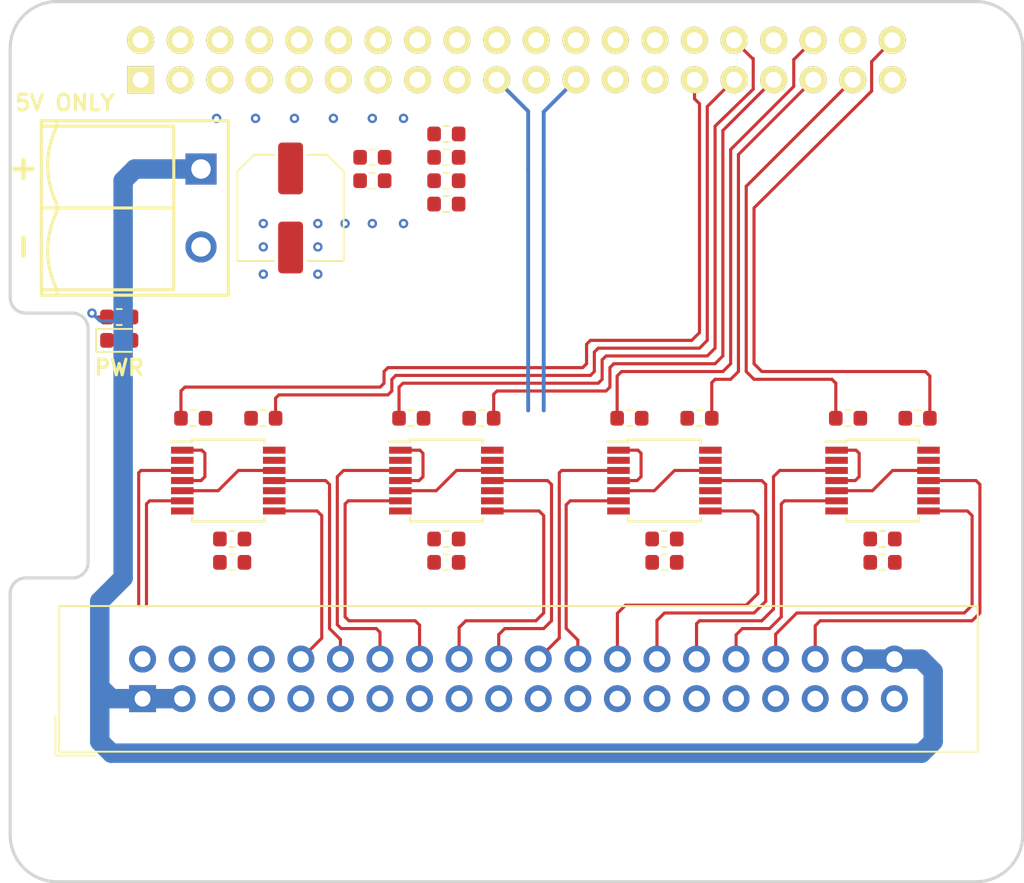
<source format=kicad_pcb>
(kicad_pcb (version 20171130) (host pcbnew 5.0.2-5.fc29)

  (general
    (thickness 1.6)
    (drawings 20)
    (tracks 247)
    (zones 0)
    (modules 32)
    (nets 50)
  )

  (page A4)
  (layers
    (0 F.Cu signal)
    (31 B.Cu signal)
    (32 B.Adhes user)
    (33 F.Adhes user)
    (34 B.Paste user)
    (35 F.Paste user)
    (36 B.SilkS user)
    (37 F.SilkS user)
    (38 B.Mask user)
    (39 F.Mask user)
    (40 Dwgs.User user)
    (41 Cmts.User user)
    (42 Eco1.User user)
    (43 Eco2.User user)
    (44 Edge.Cuts user)
    (45 Margin user)
    (46 B.CrtYd user)
    (47 F.CrtYd user)
    (48 B.Fab user)
    (49 F.Fab user hide)
  )

  (setup
    (last_trace_width 0.2)
    (user_trace_width 0.2)
    (user_trace_width 0.25)
    (user_trace_width 0.3)
    (user_trace_width 0.4)
    (user_trace_width 0.5)
    (user_trace_width 0.6)
    (user_trace_width 0.7)
    (user_trace_width 1)
    (trace_clearance 0.2)
    (zone_clearance 0.35)
    (zone_45_only no)
    (trace_min 0.2)
    (segment_width 0.2)
    (edge_width 0.2)
    (via_size 0.6)
    (via_drill 0.3)
    (via_min_size 0.6)
    (via_min_drill 0.3)
    (uvia_size 0.3)
    (uvia_drill 0.1)
    (uvias_allowed no)
    (uvia_min_size 0.2)
    (uvia_min_drill 0.1)
    (pcb_text_width 0.3)
    (pcb_text_size 1.5 1.5)
    (mod_edge_width 0.15)
    (mod_text_size 1 1)
    (mod_text_width 0.15)
    (pad_size 1.524 1.524)
    (pad_drill 0.762)
    (pad_to_mask_clearance 0.051)
    (solder_mask_min_width 0.25)
    (aux_axis_origin 0 0)
    (visible_elements FFFFFF7F)
    (pcbplotparams
      (layerselection 0x010fc_ffffffff)
      (usegerberextensions false)
      (usegerberattributes false)
      (usegerberadvancedattributes false)
      (creategerberjobfile false)
      (excludeedgelayer true)
      (linewidth 0.100000)
      (plotframeref false)
      (viasonmask false)
      (mode 1)
      (useauxorigin false)
      (hpglpennumber 1)
      (hpglpenspeed 20)
      (hpglpendiameter 15.000000)
      (psnegative false)
      (psa4output false)
      (plotreference true)
      (plotvalue true)
      (plotinvisibletext false)
      (padsonsilk false)
      (subtractmaskfromsilk false)
      (outputformat 1)
      (mirror false)
      (drillshape 1)
      (scaleselection 1)
      (outputdirectory ""))
  )

  (net 0 "")
  (net 1 VCC)
  (net 2 "Net-(D1-Pad2)")
  (net 3 GPIO21)
  (net 4 MOSI)
  (net 5 SCK)
  (net 6 GPIO20)
  (net 7 GPIO19)
  (net 8 GPIO16)
  (net 9 GPIO13)
  (net 10 GPIO12)
  (net 11 GPIO6)
  (net 12 GPIO5)
  (net 13 MOSI_0)
  (net 14 SCK_0)
  (net 15 GND)
  (net 16 MOSI_1)
  (net 17 SCK_1)
  (net 18 SCK_3)
  (net 19 MOSI_3)
  (net 20 SCK_2)
  (net 21 MOSI_2)
  (net 22 MOSI_4)
  (net 23 SCK_4)
  (net 24 MOSI_5)
  (net 25 SCK_5)
  (net 26 SCK_7)
  (net 27 MOSI_7)
  (net 28 SCK_6)
  (net 29 MOSI_6)
  (net 30 +3V3)
  (net 31 SDA)
  (net 32 SCL)
  (net 33 "Net-(J1-Pad7)")
  (net 34 TxD)
  (net 35 RxD)
  (net 36 "Net-(J1-Pad11)")
  (net 37 "Net-(J1-Pad12)")
  (net 38 "Net-(J1-Pad13)")
  (net 39 "Net-(J1-Pad14)")
  (net 40 "Net-(J1-Pad15)")
  (net 41 "Net-(J1-Pad16)")
  (net 42 "Net-(J1-Pad18)")
  (net 43 MISO)
  (net 44 "Net-(J1-Pad22)")
  (net 45 "Net-(J1-Pad24)")
  (net 46 "Net-(J1-Pad26)")
  (net 47 "Net-(J1-Pad27)")
  (net 48 "Net-(J1-Pad28)")
  (net 49 GPIO26)

  (net_class Default "This is the default net class."
    (clearance 0.2)
    (trace_width 0.25)
    (via_dia 0.6)
    (via_drill 0.3)
    (uvia_dia 0.3)
    (uvia_drill 0.1)
    (add_net +3V3)
    (add_net GND)
    (add_net GPIO12)
    (add_net GPIO13)
    (add_net GPIO16)
    (add_net GPIO19)
    (add_net GPIO20)
    (add_net GPIO21)
    (add_net GPIO26)
    (add_net GPIO5)
    (add_net GPIO6)
    (add_net MISO)
    (add_net MOSI)
    (add_net MOSI_0)
    (add_net MOSI_1)
    (add_net MOSI_2)
    (add_net MOSI_3)
    (add_net MOSI_4)
    (add_net MOSI_5)
    (add_net MOSI_6)
    (add_net MOSI_7)
    (add_net "Net-(D1-Pad2)")
    (add_net "Net-(J1-Pad11)")
    (add_net "Net-(J1-Pad12)")
    (add_net "Net-(J1-Pad13)")
    (add_net "Net-(J1-Pad14)")
    (add_net "Net-(J1-Pad15)")
    (add_net "Net-(J1-Pad16)")
    (add_net "Net-(J1-Pad18)")
    (add_net "Net-(J1-Pad22)")
    (add_net "Net-(J1-Pad24)")
    (add_net "Net-(J1-Pad26)")
    (add_net "Net-(J1-Pad27)")
    (add_net "Net-(J1-Pad28)")
    (add_net "Net-(J1-Pad7)")
    (add_net RxD)
    (add_net SCK)
    (add_net SCK_0)
    (add_net SCK_1)
    (add_net SCK_2)
    (add_net SCK_3)
    (add_net SCK_4)
    (add_net SCK_5)
    (add_net SCK_6)
    (add_net SCK_7)
    (add_net SCL)
    (add_net SDA)
    (add_net TxD)
    (add_net VCC)
  )

  (module Connector_IDC:IDC-Header_2x20_P2.54mm_Vertical locked (layer F.Cu) (tedit 5CC19D6A) (tstamp 5CC2D63B)
    (at 123.5 124 90)
    (descr "Through hole straight IDC box header, 2x20, 2.54mm pitch, double rows")
    (tags "Through hole IDC box header THT 2x20 2.54mm double row")
    (path /5CBD6FC7)
    (fp_text reference J2 (at 1.27 -6.604 90) (layer F.SilkS) hide
      (effects (font (size 1 1) (thickness 0.15)))
    )
    (fp_text value ExpansionBoard_Conn (at 1.27 54.864 90) (layer F.Fab)
      (effects (font (size 1 1) (thickness 0.15)))
    )
    (fp_text user %R (at 1.27 24.13 90) (layer F.Fab)
      (effects (font (size 1 1) (thickness 0.15)))
    )
    (fp_line (start 5.695 -5.1) (end 5.695 53.36) (layer F.Fab) (width 0.1))
    (fp_line (start 5.145 -4.56) (end 5.145 52.8) (layer F.Fab) (width 0.1))
    (fp_line (start -3.155 -5.1) (end -3.155 53.36) (layer F.Fab) (width 0.1))
    (fp_line (start -2.605 -4.56) (end -2.605 21.88) (layer F.Fab) (width 0.1))
    (fp_line (start -2.605 26.38) (end -2.605 52.8) (layer F.Fab) (width 0.1))
    (fp_line (start -2.605 21.88) (end -3.155 21.88) (layer F.Fab) (width 0.1))
    (fp_line (start -2.605 26.38) (end -3.155 26.38) (layer F.Fab) (width 0.1))
    (fp_line (start 5.695 -5.1) (end -3.155 -5.1) (layer F.Fab) (width 0.1))
    (fp_line (start 5.145 -4.56) (end -2.605 -4.56) (layer F.Fab) (width 0.1))
    (fp_line (start 5.695 53.36) (end -3.155 53.36) (layer F.Fab) (width 0.1))
    (fp_line (start 5.145 52.8) (end -2.605 52.8) (layer F.Fab) (width 0.1))
    (fp_line (start 5.695 -5.1) (end 5.145 -4.56) (layer F.Fab) (width 0.1))
    (fp_line (start 5.695 53.36) (end 5.145 52.8) (layer F.Fab) (width 0.1))
    (fp_line (start -3.155 -5.1) (end -2.605 -4.56) (layer F.Fab) (width 0.1))
    (fp_line (start -3.155 53.36) (end -2.605 52.8) (layer F.Fab) (width 0.1))
    (fp_line (start 5.95 -5.35) (end 5.95 53.61) (layer F.CrtYd) (width 0.05))
    (fp_line (start 5.95 53.61) (end -3.41 53.61) (layer F.CrtYd) (width 0.05))
    (fp_line (start -3.41 53.61) (end -3.41 -5.35) (layer F.CrtYd) (width 0.05))
    (fp_line (start -3.41 -5.35) (end 5.95 -5.35) (layer F.CrtYd) (width 0.05))
    (fp_line (start 5.945 -5.35) (end 5.945 53.61) (layer F.SilkS) (width 0.12))
    (fp_line (start 5.945 53.61) (end -3.405 53.61) (layer F.SilkS) (width 0.12))
    (fp_line (start -3.405 53.61) (end -3.405 -5.35) (layer F.SilkS) (width 0.12))
    (fp_line (start -3.405 -5.35) (end 5.945 -5.35) (layer F.SilkS) (width 0.12))
    (fp_line (start -3.655 -5.6) (end -3.655 -3.06) (layer F.SilkS) (width 0.12))
    (fp_line (start -3.655 -5.6) (end -1.115 -5.6) (layer F.SilkS) (width 0.12))
    (pad 1 thru_hole rect (at 0 0 90) (size 1.7272 1.7272) (drill 1.016) (layers *.Cu *.Mask)
      (net 1 VCC))
    (pad 2 thru_hole oval (at 2.54 0 90) (size 1.7272 1.7272) (drill 1.016) (layers *.Cu *.Mask)
      (net 15 GND))
    (pad 3 thru_hole oval (at 0 2.54 90) (size 1.7272 1.7272) (drill 1.016) (layers *.Cu *.Mask)
      (net 1 VCC))
    (pad 4 thru_hole oval (at 2.54 2.54 90) (size 1.7272 1.7272) (drill 1.016) (layers *.Cu *.Mask)
      (net 15 GND))
    (pad 5 thru_hole oval (at 0 5.08 90) (size 1.7272 1.7272) (drill 1.016) (layers *.Cu *.Mask)
      (net 15 GND))
    (pad 6 thru_hole oval (at 2.54 5.08 90) (size 1.7272 1.7272) (drill 1.016) (layers *.Cu *.Mask)
      (net 13 MOSI_0))
    (pad 7 thru_hole oval (at 0 7.62 90) (size 1.7272 1.7272) (drill 1.016) (layers *.Cu *.Mask)
      (net 15 GND))
    (pad 8 thru_hole oval (at 2.54 7.62 90) (size 1.7272 1.7272) (drill 1.016) (layers *.Cu *.Mask)
      (net 14 SCK_0))
    (pad 9 thru_hole oval (at 0 10.16 90) (size 1.7272 1.7272) (drill 1.016) (layers *.Cu *.Mask)
      (net 15 GND))
    (pad 10 thru_hole oval (at 2.54 10.16 90) (size 1.7272 1.7272) (drill 1.016) (layers *.Cu *.Mask)
      (net 16 MOSI_1))
    (pad 11 thru_hole oval (at 0 12.7 90) (size 1.7272 1.7272) (drill 1.016) (layers *.Cu *.Mask)
      (net 15 GND))
    (pad 12 thru_hole oval (at 2.54 12.7 90) (size 1.7272 1.7272) (drill 1.016) (layers *.Cu *.Mask)
      (net 17 SCK_1))
    (pad 13 thru_hole oval (at 0 15.24 90) (size 1.7272 1.7272) (drill 1.016) (layers *.Cu *.Mask)
      (net 15 GND))
    (pad 14 thru_hole oval (at 2.54 15.24 90) (size 1.7272 1.7272) (drill 1.016) (layers *.Cu *.Mask)
      (net 21 MOSI_2))
    (pad 15 thru_hole oval (at 0 17.78 90) (size 1.7272 1.7272) (drill 1.016) (layers *.Cu *.Mask)
      (net 15 GND))
    (pad 16 thru_hole oval (at 2.54 17.78 90) (size 1.7272 1.7272) (drill 1.016) (layers *.Cu *.Mask)
      (net 20 SCK_2))
    (pad 17 thru_hole oval (at 0 20.32 90) (size 1.7272 1.7272) (drill 1.016) (layers *.Cu *.Mask)
      (net 15 GND))
    (pad 18 thru_hole oval (at 2.54 20.32 90) (size 1.7272 1.7272) (drill 1.016) (layers *.Cu *.Mask)
      (net 19 MOSI_3))
    (pad 19 thru_hole oval (at 0 22.86 90) (size 1.7272 1.7272) (drill 1.016) (layers *.Cu *.Mask)
      (net 15 GND))
    (pad 20 thru_hole oval (at 2.54 22.86 90) (size 1.7272 1.7272) (drill 1.016) (layers *.Cu *.Mask)
      (net 18 SCK_3))
    (pad 21 thru_hole oval (at 0 25.4 90) (size 1.7272 1.7272) (drill 1.016) (layers *.Cu *.Mask)
      (net 15 GND))
    (pad 22 thru_hole oval (at 2.54 25.4 90) (size 1.7272 1.7272) (drill 1.016) (layers *.Cu *.Mask)
      (net 22 MOSI_4))
    (pad 23 thru_hole oval (at 0 27.94 90) (size 1.7272 1.7272) (drill 1.016) (layers *.Cu *.Mask)
      (net 15 GND))
    (pad 24 thru_hole oval (at 2.54 27.94 90) (size 1.7272 1.7272) (drill 1.016) (layers *.Cu *.Mask)
      (net 23 SCK_4))
    (pad 25 thru_hole oval (at 0 30.48 90) (size 1.7272 1.7272) (drill 1.016) (layers *.Cu *.Mask)
      (net 15 GND))
    (pad 26 thru_hole oval (at 2.54 30.48 90) (size 1.7272 1.7272) (drill 1.016) (layers *.Cu *.Mask)
      (net 24 MOSI_5))
    (pad 27 thru_hole oval (at 0 33.02 90) (size 1.7272 1.7272) (drill 1.016) (layers *.Cu *.Mask)
      (net 15 GND))
    (pad 28 thru_hole oval (at 2.54 33.02 90) (size 1.7272 1.7272) (drill 1.016) (layers *.Cu *.Mask)
      (net 25 SCK_5))
    (pad 29 thru_hole oval (at 0 35.56 90) (size 1.7272 1.7272) (drill 1.016) (layers *.Cu *.Mask)
      (net 15 GND))
    (pad 30 thru_hole oval (at 2.54 35.56 90) (size 1.7272 1.7272) (drill 1.016) (layers *.Cu *.Mask)
      (net 29 MOSI_6))
    (pad 31 thru_hole oval (at 0 38.1 90) (size 1.7272 1.7272) (drill 1.016) (layers *.Cu *.Mask)
      (net 15 GND))
    (pad 32 thru_hole oval (at 2.54 38.1 90) (size 1.7272 1.7272) (drill 1.016) (layers *.Cu *.Mask)
      (net 28 SCK_6))
    (pad 33 thru_hole oval (at 0 40.64 90) (size 1.7272 1.7272) (drill 1.016) (layers *.Cu *.Mask)
      (net 15 GND))
    (pad 34 thru_hole oval (at 2.54 40.64 90) (size 1.7272 1.7272) (drill 1.016) (layers *.Cu *.Mask)
      (net 27 MOSI_7))
    (pad 35 thru_hole oval (at 0 43.18 90) (size 1.7272 1.7272) (drill 1.016) (layers *.Cu *.Mask)
      (net 15 GND))
    (pad 36 thru_hole oval (at 2.54 43.18 90) (size 1.7272 1.7272) (drill 1.016) (layers *.Cu *.Mask)
      (net 26 SCK_7))
    (pad 37 thru_hole oval (at 0 45.72 90) (size 1.7272 1.7272) (drill 1.016) (layers *.Cu *.Mask)
      (net 15 GND))
    (pad 38 thru_hole oval (at 2.54 45.72 90) (size 1.7272 1.7272) (drill 1.016) (layers *.Cu *.Mask)
      (net 1 VCC))
    (pad 39 thru_hole oval (at 0 48.26 90) (size 1.7272 1.7272) (drill 1.016) (layers *.Cu *.Mask)
      (net 15 GND))
    (pad 40 thru_hole oval (at 2.54 48.26 90) (size 1.7272 1.7272) (drill 1.016) (layers *.Cu *.Mask)
      (net 1 VCC))
    (model ${KISYS3DMOD}/Connector_IDC.3dshapes/IDC-Header_2x20_P2.54mm_Vertical.wrl
      (at (xyz 0 0 0))
      (scale (xyz 1 1 1))
      (rotate (xyz 0 0 0))
    )
  )

  (module Resistor_SMD:R_0603_1608Metric (layer F.Cu) (tedit 5CC2C555) (tstamp 5CCEF392)
    (at 126.75 106 180)
    (descr "Resistor SMD 0603 (1608 Metric), square (rectangular) end terminal, IPC_7351 nominal, (Body size source: http://www.tortai-tech.com/upload/download/2011102023233369053.pdf), generated with kicad-footprint-generator")
    (tags resistor)
    (path /5CC1D44A)
    (attr smd)
    (fp_text reference R1 (at 0 -1.43 180) (layer F.SilkS) hide
      (effects (font (size 1 1) (thickness 0.15)))
    )
    (fp_text value 10K (at 0 1.43 180) (layer F.Fab)
      (effects (font (size 1 1) (thickness 0.15)))
    )
    (fp_line (start -0.8 0.4) (end -0.8 -0.4) (layer F.Fab) (width 0.1))
    (fp_line (start -0.8 -0.4) (end 0.8 -0.4) (layer F.Fab) (width 0.1))
    (fp_line (start 0.8 -0.4) (end 0.8 0.4) (layer F.Fab) (width 0.1))
    (fp_line (start 0.8 0.4) (end -0.8 0.4) (layer F.Fab) (width 0.1))
    (fp_line (start -0.162779 -0.51) (end 0.162779 -0.51) (layer F.SilkS) (width 0.12))
    (fp_line (start -0.162779 0.51) (end 0.162779 0.51) (layer F.SilkS) (width 0.12))
    (fp_line (start -1.48 0.73) (end -1.48 -0.73) (layer F.CrtYd) (width 0.05))
    (fp_line (start -1.48 -0.73) (end 1.48 -0.73) (layer F.CrtYd) (width 0.05))
    (fp_line (start 1.48 -0.73) (end 1.48 0.73) (layer F.CrtYd) (width 0.05))
    (fp_line (start 1.48 0.73) (end -1.48 0.73) (layer F.CrtYd) (width 0.05))
    (fp_text user %R (at 0 0 180) (layer F.Fab)
      (effects (font (size 0.4 0.4) (thickness 0.06)))
    )
    (pad 1 smd roundrect (at -0.7875 0 180) (size 0.875 0.95) (layers F.Cu F.Paste F.Mask) (roundrect_rratio 0.25)
      (net 1 VCC))
    (pad 2 smd roundrect (at 0.7875 0 180) (size 0.875 0.95) (layers F.Cu F.Paste F.Mask) (roundrect_rratio 0.25)
      (net 12 GPIO5))
    (model ${KISYS3DMOD}/Resistor_SMD.3dshapes/R_0603_1608Metric.wrl
      (at (xyz 0 0 0))
      (scale (xyz 1 1 1))
      (rotate (xyz 0 0 0))
    )
  )

  (module Resistor_SMD:R_0603_1608Metric (layer F.Cu) (tedit 5CC2C553) (tstamp 5CCEF382)
    (at 131.25 106)
    (descr "Resistor SMD 0603 (1608 Metric), square (rectangular) end terminal, IPC_7351 nominal, (Body size source: http://www.tortai-tech.com/upload/download/2011102023233369053.pdf), generated with kicad-footprint-generator")
    (tags resistor)
    (path /5CC35F0A)
    (attr smd)
    (fp_text reference R2 (at 0 -1.43) (layer F.SilkS) hide
      (effects (font (size 1 1) (thickness 0.15)))
    )
    (fp_text value 10K (at 0 1.43) (layer F.Fab)
      (effects (font (size 1 1) (thickness 0.15)))
    )
    (fp_text user %R (at 0 0) (layer F.Fab)
      (effects (font (size 0.4 0.4) (thickness 0.06)))
    )
    (fp_line (start 1.48 0.73) (end -1.48 0.73) (layer F.CrtYd) (width 0.05))
    (fp_line (start 1.48 -0.73) (end 1.48 0.73) (layer F.CrtYd) (width 0.05))
    (fp_line (start -1.48 -0.73) (end 1.48 -0.73) (layer F.CrtYd) (width 0.05))
    (fp_line (start -1.48 0.73) (end -1.48 -0.73) (layer F.CrtYd) (width 0.05))
    (fp_line (start -0.162779 0.51) (end 0.162779 0.51) (layer F.SilkS) (width 0.12))
    (fp_line (start -0.162779 -0.51) (end 0.162779 -0.51) (layer F.SilkS) (width 0.12))
    (fp_line (start 0.8 0.4) (end -0.8 0.4) (layer F.Fab) (width 0.1))
    (fp_line (start 0.8 -0.4) (end 0.8 0.4) (layer F.Fab) (width 0.1))
    (fp_line (start -0.8 -0.4) (end 0.8 -0.4) (layer F.Fab) (width 0.1))
    (fp_line (start -0.8 0.4) (end -0.8 -0.4) (layer F.Fab) (width 0.1))
    (pad 2 smd roundrect (at 0.7875 0) (size 0.875 0.95) (layers F.Cu F.Paste F.Mask) (roundrect_rratio 0.25)
      (net 11 GPIO6))
    (pad 1 smd roundrect (at -0.7875 0) (size 0.875 0.95) (layers F.Cu F.Paste F.Mask) (roundrect_rratio 0.25)
      (net 1 VCC))
    (model ${KISYS3DMOD}/Resistor_SMD.3dshapes/R_0603_1608Metric.wrl
      (at (xyz 0 0 0))
      (scale (xyz 1 1 1))
      (rotate (xyz 0 0 0))
    )
  )

  (module Resistor_SMD:R_0603_1608Metric (layer F.Cu) (tedit 5CC2C5EB) (tstamp 5CCEF372)
    (at 140.75 106 180)
    (descr "Resistor SMD 0603 (1608 Metric), square (rectangular) end terminal, IPC_7351 nominal, (Body size source: http://www.tortai-tech.com/upload/download/2011102023233369053.pdf), generated with kicad-footprint-generator")
    (tags resistor)
    (path /5CC5256E)
    (attr smd)
    (fp_text reference R3 (at 0 -1.43 180) (layer F.SilkS) hide
      (effects (font (size 1 1) (thickness 0.15)))
    )
    (fp_text value 10K (at 0 1.43 180) (layer F.Fab)
      (effects (font (size 1 1) (thickness 0.15)))
    )
    (fp_line (start -0.8 0.4) (end -0.8 -0.4) (layer F.Fab) (width 0.1))
    (fp_line (start -0.8 -0.4) (end 0.8 -0.4) (layer F.Fab) (width 0.1))
    (fp_line (start 0.8 -0.4) (end 0.8 0.4) (layer F.Fab) (width 0.1))
    (fp_line (start 0.8 0.4) (end -0.8 0.4) (layer F.Fab) (width 0.1))
    (fp_line (start -0.162779 -0.51) (end 0.162779 -0.51) (layer F.SilkS) (width 0.12))
    (fp_line (start -0.162779 0.51) (end 0.162779 0.51) (layer F.SilkS) (width 0.12))
    (fp_line (start -1.48 0.73) (end -1.48 -0.73) (layer F.CrtYd) (width 0.05))
    (fp_line (start -1.48 -0.73) (end 1.48 -0.73) (layer F.CrtYd) (width 0.05))
    (fp_line (start 1.48 -0.73) (end 1.48 0.73) (layer F.CrtYd) (width 0.05))
    (fp_line (start 1.48 0.73) (end -1.48 0.73) (layer F.CrtYd) (width 0.05))
    (fp_text user %R (at 0 0 180) (layer F.Fab)
      (effects (font (size 0.4 0.4) (thickness 0.06)))
    )
    (pad 1 smd roundrect (at -0.7875 0 180) (size 0.875 0.95) (layers F.Cu F.Paste F.Mask) (roundrect_rratio 0.25)
      (net 1 VCC))
    (pad 2 smd roundrect (at 0.7875 0 180) (size 0.875 0.95) (layers F.Cu F.Paste F.Mask) (roundrect_rratio 0.25)
      (net 10 GPIO12))
    (model ${KISYS3DMOD}/Resistor_SMD.3dshapes/R_0603_1608Metric.wrl
      (at (xyz 0 0 0))
      (scale (xyz 1 1 1))
      (rotate (xyz 0 0 0))
    )
  )

  (module Resistor_SMD:R_0603_1608Metric (layer F.Cu) (tedit 5CC2C583) (tstamp 5CCEF362)
    (at 145.25 106)
    (descr "Resistor SMD 0603 (1608 Metric), square (rectangular) end terminal, IPC_7351 nominal, (Body size source: http://www.tortai-tech.com/upload/download/2011102023233369053.pdf), generated with kicad-footprint-generator")
    (tags resistor)
    (path /5CC52598)
    (attr smd)
    (fp_text reference R4 (at 0 -1.43) (layer F.SilkS) hide
      (effects (font (size 1 1) (thickness 0.15)))
    )
    (fp_text value 10K (at 0 1.43) (layer F.Fab)
      (effects (font (size 1 1) (thickness 0.15)))
    )
    (fp_text user %R (at 0 0) (layer F.Fab)
      (effects (font (size 0.4 0.4) (thickness 0.06)))
    )
    (fp_line (start 1.48 0.73) (end -1.48 0.73) (layer F.CrtYd) (width 0.05))
    (fp_line (start 1.48 -0.73) (end 1.48 0.73) (layer F.CrtYd) (width 0.05))
    (fp_line (start -1.48 -0.73) (end 1.48 -0.73) (layer F.CrtYd) (width 0.05))
    (fp_line (start -1.48 0.73) (end -1.48 -0.73) (layer F.CrtYd) (width 0.05))
    (fp_line (start -0.162779 0.51) (end 0.162779 0.51) (layer F.SilkS) (width 0.12))
    (fp_line (start -0.162779 -0.51) (end 0.162779 -0.51) (layer F.SilkS) (width 0.12))
    (fp_line (start 0.8 0.4) (end -0.8 0.4) (layer F.Fab) (width 0.1))
    (fp_line (start 0.8 -0.4) (end 0.8 0.4) (layer F.Fab) (width 0.1))
    (fp_line (start -0.8 -0.4) (end 0.8 -0.4) (layer F.Fab) (width 0.1))
    (fp_line (start -0.8 0.4) (end -0.8 -0.4) (layer F.Fab) (width 0.1))
    (pad 2 smd roundrect (at 0.7875 0) (size 0.875 0.95) (layers F.Cu F.Paste F.Mask) (roundrect_rratio 0.25)
      (net 9 GPIO13))
    (pad 1 smd roundrect (at -0.7875 0) (size 0.875 0.95) (layers F.Cu F.Paste F.Mask) (roundrect_rratio 0.25)
      (net 1 VCC))
    (model ${KISYS3DMOD}/Resistor_SMD.3dshapes/R_0603_1608Metric.wrl
      (at (xyz 0 0 0))
      (scale (xyz 1 1 1))
      (rotate (xyz 0 0 0))
    )
  )

  (module Resistor_SMD:R_0603_1608Metric (layer F.Cu) (tedit 5CC2C62D) (tstamp 5CCEF352)
    (at 154.75 106 180)
    (descr "Resistor SMD 0603 (1608 Metric), square (rectangular) end terminal, IPC_7351 nominal, (Body size source: http://www.tortai-tech.com/upload/download/2011102023233369053.pdf), generated with kicad-footprint-generator")
    (tags resistor)
    (path /5CC525C4)
    (attr smd)
    (fp_text reference R5 (at 0 -1.43 180) (layer F.SilkS) hide
      (effects (font (size 1 1) (thickness 0.15)))
    )
    (fp_text value 10K (at 0 1.43 180) (layer F.Fab)
      (effects (font (size 1 1) (thickness 0.15)))
    )
    (fp_line (start -0.8 0.4) (end -0.8 -0.4) (layer F.Fab) (width 0.1))
    (fp_line (start -0.8 -0.4) (end 0.8 -0.4) (layer F.Fab) (width 0.1))
    (fp_line (start 0.8 -0.4) (end 0.8 0.4) (layer F.Fab) (width 0.1))
    (fp_line (start 0.8 0.4) (end -0.8 0.4) (layer F.Fab) (width 0.1))
    (fp_line (start -0.162779 -0.51) (end 0.162779 -0.51) (layer F.SilkS) (width 0.12))
    (fp_line (start -0.162779 0.51) (end 0.162779 0.51) (layer F.SilkS) (width 0.12))
    (fp_line (start -1.48 0.73) (end -1.48 -0.73) (layer F.CrtYd) (width 0.05))
    (fp_line (start -1.48 -0.73) (end 1.48 -0.73) (layer F.CrtYd) (width 0.05))
    (fp_line (start 1.48 -0.73) (end 1.48 0.73) (layer F.CrtYd) (width 0.05))
    (fp_line (start 1.48 0.73) (end -1.48 0.73) (layer F.CrtYd) (width 0.05))
    (fp_text user %R (at 0 0 180) (layer F.Fab)
      (effects (font (size 0.4 0.4) (thickness 0.06)))
    )
    (pad 1 smd roundrect (at -0.7875 0 180) (size 0.875 0.95) (layers F.Cu F.Paste F.Mask) (roundrect_rratio 0.25)
      (net 1 VCC))
    (pad 2 smd roundrect (at 0.7875 0 180) (size 0.875 0.95) (layers F.Cu F.Paste F.Mask) (roundrect_rratio 0.25)
      (net 8 GPIO16))
    (model ${KISYS3DMOD}/Resistor_SMD.3dshapes/R_0603_1608Metric.wrl
      (at (xyz 0 0 0))
      (scale (xyz 1 1 1))
      (rotate (xyz 0 0 0))
    )
  )

  (module Resistor_SMD:R_0603_1608Metric (layer F.Cu) (tedit 5CC2C62F) (tstamp 5CCEF342)
    (at 159.25 106)
    (descr "Resistor SMD 0603 (1608 Metric), square (rectangular) end terminal, IPC_7351 nominal, (Body size source: http://www.tortai-tech.com/upload/download/2011102023233369053.pdf), generated with kicad-footprint-generator")
    (tags resistor)
    (path /5CC526B1)
    (attr smd)
    (fp_text reference R6 (at 0 -1.43) (layer F.SilkS) hide
      (effects (font (size 1 1) (thickness 0.15)))
    )
    (fp_text value 10K (at 0 1.43) (layer F.Fab)
      (effects (font (size 1 1) (thickness 0.15)))
    )
    (fp_text user %R (at 0 0) (layer F.Fab)
      (effects (font (size 0.4 0.4) (thickness 0.06)))
    )
    (fp_line (start 1.48 0.73) (end -1.48 0.73) (layer F.CrtYd) (width 0.05))
    (fp_line (start 1.48 -0.73) (end 1.48 0.73) (layer F.CrtYd) (width 0.05))
    (fp_line (start -1.48 -0.73) (end 1.48 -0.73) (layer F.CrtYd) (width 0.05))
    (fp_line (start -1.48 0.73) (end -1.48 -0.73) (layer F.CrtYd) (width 0.05))
    (fp_line (start -0.162779 0.51) (end 0.162779 0.51) (layer F.SilkS) (width 0.12))
    (fp_line (start -0.162779 -0.51) (end 0.162779 -0.51) (layer F.SilkS) (width 0.12))
    (fp_line (start 0.8 0.4) (end -0.8 0.4) (layer F.Fab) (width 0.1))
    (fp_line (start 0.8 -0.4) (end 0.8 0.4) (layer F.Fab) (width 0.1))
    (fp_line (start -0.8 -0.4) (end 0.8 -0.4) (layer F.Fab) (width 0.1))
    (fp_line (start -0.8 0.4) (end -0.8 -0.4) (layer F.Fab) (width 0.1))
    (pad 2 smd roundrect (at 0.7875 0) (size 0.875 0.95) (layers F.Cu F.Paste F.Mask) (roundrect_rratio 0.25)
      (net 7 GPIO19))
    (pad 1 smd roundrect (at -0.7875 0) (size 0.875 0.95) (layers F.Cu F.Paste F.Mask) (roundrect_rratio 0.25)
      (net 1 VCC))
    (model ${KISYS3DMOD}/Resistor_SMD.3dshapes/R_0603_1608Metric.wrl
      (at (xyz 0 0 0))
      (scale (xyz 1 1 1))
      (rotate (xyz 0 0 0))
    )
  )

  (module Resistor_SMD:R_0603_1608Metric (layer F.Cu) (tedit 5CC2C63A) (tstamp 5CCEF332)
    (at 168.7875 106 180)
    (descr "Resistor SMD 0603 (1608 Metric), square (rectangular) end terminal, IPC_7351 nominal, (Body size source: http://www.tortai-tech.com/upload/download/2011102023233369053.pdf), generated with kicad-footprint-generator")
    (tags resistor)
    (path /5CC5278D)
    (attr smd)
    (fp_text reference R7 (at 0 -1.43 180) (layer F.SilkS) hide
      (effects (font (size 1 1) (thickness 0.15)))
    )
    (fp_text value 10K (at 0 1.43 180) (layer F.Fab)
      (effects (font (size 1 1) (thickness 0.15)))
    )
    (fp_line (start -0.8 0.4) (end -0.8 -0.4) (layer F.Fab) (width 0.1))
    (fp_line (start -0.8 -0.4) (end 0.8 -0.4) (layer F.Fab) (width 0.1))
    (fp_line (start 0.8 -0.4) (end 0.8 0.4) (layer F.Fab) (width 0.1))
    (fp_line (start 0.8 0.4) (end -0.8 0.4) (layer F.Fab) (width 0.1))
    (fp_line (start -0.162779 -0.51) (end 0.162779 -0.51) (layer F.SilkS) (width 0.12))
    (fp_line (start -0.162779 0.51) (end 0.162779 0.51) (layer F.SilkS) (width 0.12))
    (fp_line (start -1.48 0.73) (end -1.48 -0.73) (layer F.CrtYd) (width 0.05))
    (fp_line (start -1.48 -0.73) (end 1.48 -0.73) (layer F.CrtYd) (width 0.05))
    (fp_line (start 1.48 -0.73) (end 1.48 0.73) (layer F.CrtYd) (width 0.05))
    (fp_line (start 1.48 0.73) (end -1.48 0.73) (layer F.CrtYd) (width 0.05))
    (fp_text user %R (at 0 0 180) (layer F.Fab)
      (effects (font (size 0.4 0.4) (thickness 0.06)))
    )
    (pad 1 smd roundrect (at -0.7875 0 180) (size 0.875 0.95) (layers F.Cu F.Paste F.Mask) (roundrect_rratio 0.25)
      (net 1 VCC))
    (pad 2 smd roundrect (at 0.7875 0 180) (size 0.875 0.95) (layers F.Cu F.Paste F.Mask) (roundrect_rratio 0.25)
      (net 49 GPIO26))
    (model ${KISYS3DMOD}/Resistor_SMD.3dshapes/R_0603_1608Metric.wrl
      (at (xyz 0 0 0))
      (scale (xyz 1 1 1))
      (rotate (xyz 0 0 0))
    )
  )

  (module Resistor_SMD:R_0603_1608Metric (layer F.Cu) (tedit 5CC2C4E2) (tstamp 5CCEF322)
    (at 143 92.25)
    (descr "Resistor SMD 0603 (1608 Metric), square (rectangular) end terminal, IPC_7351 nominal, (Body size source: http://www.tortai-tech.com/upload/download/2011102023233369053.pdf), generated with kicad-footprint-generator")
    (tags resistor)
    (path /5CC7119F)
    (attr smd)
    (fp_text reference R10 (at 0 -1.43) (layer F.SilkS) hide
      (effects (font (size 1 1) (thickness 0.15)))
    )
    (fp_text value x (at 0 1.43) (layer F.Fab)
      (effects (font (size 1 1) (thickness 0.15)))
    )
    (fp_text user %R (at 0 0) (layer F.Fab)
      (effects (font (size 0.4 0.4) (thickness 0.06)))
    )
    (fp_line (start 1.48 0.73) (end -1.48 0.73) (layer F.CrtYd) (width 0.05))
    (fp_line (start 1.48 -0.73) (end 1.48 0.73) (layer F.CrtYd) (width 0.05))
    (fp_line (start -1.48 -0.73) (end 1.48 -0.73) (layer F.CrtYd) (width 0.05))
    (fp_line (start -1.48 0.73) (end -1.48 -0.73) (layer F.CrtYd) (width 0.05))
    (fp_line (start -0.162779 0.51) (end 0.162779 0.51) (layer F.SilkS) (width 0.12))
    (fp_line (start -0.162779 -0.51) (end 0.162779 -0.51) (layer F.SilkS) (width 0.12))
    (fp_line (start 0.8 0.4) (end -0.8 0.4) (layer F.Fab) (width 0.1))
    (fp_line (start 0.8 -0.4) (end 0.8 0.4) (layer F.Fab) (width 0.1))
    (fp_line (start -0.8 -0.4) (end 0.8 -0.4) (layer F.Fab) (width 0.1))
    (fp_line (start -0.8 0.4) (end -0.8 -0.4) (layer F.Fab) (width 0.1))
    (pad 2 smd roundrect (at 0.7875 0) (size 0.875 0.95) (layers F.Cu F.Paste F.Mask) (roundrect_rratio 0.25)
      (net 5 SCK))
    (pad 1 smd roundrect (at -0.7875 0) (size 0.875 0.95) (layers F.Cu F.Paste F.Mask) (roundrect_rratio 0.25)
      (net 1 VCC))
    (model ${KISYS3DMOD}/Resistor_SMD.3dshapes/R_0603_1608Metric.wrl
      (at (xyz 0 0 0))
      (scale (xyz 1 1 1))
      (rotate (xyz 0 0 0))
    )
  )

  (module Resistor_SMD:R_0603_1608Metric (layer F.Cu) (tedit 5CC2C4E7) (tstamp 5CCEF312)
    (at 143 90.75)
    (descr "Resistor SMD 0603 (1608 Metric), square (rectangular) end terminal, IPC_7351 nominal, (Body size source: http://www.tortai-tech.com/upload/download/2011102023233369053.pdf), generated with kicad-footprint-generator")
    (tags resistor)
    (path /5CC71268)
    (attr smd)
    (fp_text reference R11 (at 0 -1.43) (layer F.SilkS) hide
      (effects (font (size 1 1) (thickness 0.15)))
    )
    (fp_text value x (at 0 1.43) (layer F.Fab)
      (effects (font (size 1 1) (thickness 0.15)))
    )
    (fp_line (start -0.8 0.4) (end -0.8 -0.4) (layer F.Fab) (width 0.1))
    (fp_line (start -0.8 -0.4) (end 0.8 -0.4) (layer F.Fab) (width 0.1))
    (fp_line (start 0.8 -0.4) (end 0.8 0.4) (layer F.Fab) (width 0.1))
    (fp_line (start 0.8 0.4) (end -0.8 0.4) (layer F.Fab) (width 0.1))
    (fp_line (start -0.162779 -0.51) (end 0.162779 -0.51) (layer F.SilkS) (width 0.12))
    (fp_line (start -0.162779 0.51) (end 0.162779 0.51) (layer F.SilkS) (width 0.12))
    (fp_line (start -1.48 0.73) (end -1.48 -0.73) (layer F.CrtYd) (width 0.05))
    (fp_line (start -1.48 -0.73) (end 1.48 -0.73) (layer F.CrtYd) (width 0.05))
    (fp_line (start 1.48 -0.73) (end 1.48 0.73) (layer F.CrtYd) (width 0.05))
    (fp_line (start 1.48 0.73) (end -1.48 0.73) (layer F.CrtYd) (width 0.05))
    (fp_text user %R (at 0 0) (layer F.Fab)
      (effects (font (size 0.4 0.4) (thickness 0.06)))
    )
    (pad 1 smd roundrect (at -0.7875 0) (size 0.875 0.95) (layers F.Cu F.Paste F.Mask) (roundrect_rratio 0.25)
      (net 1 VCC))
    (pad 2 smd roundrect (at 0.7875 0) (size 0.875 0.95) (layers F.Cu F.Paste F.Mask) (roundrect_rratio 0.25)
      (net 4 MOSI))
    (model ${KISYS3DMOD}/Resistor_SMD.3dshapes/R_0603_1608Metric.wrl
      (at (xyz 0 0 0))
      (scale (xyz 1 1 1))
      (rotate (xyz 0 0 0))
    )
  )

  (module Resistor_SMD:R_0603_1608Metric (layer F.Cu) (tedit 5CC2C643) (tstamp 5CCEF302)
    (at 173.25 106)
    (descr "Resistor SMD 0603 (1608 Metric), square (rectangular) end terminal, IPC_7351 nominal, (Body size source: http://www.tortai-tech.com/upload/download/2011102023233369053.pdf), generated with kicad-footprint-generator")
    (tags resistor)
    (path /5CC527D7)
    (attr smd)
    (fp_text reference R8 (at 0 -1.43) (layer F.SilkS) hide
      (effects (font (size 1 1) (thickness 0.15)))
    )
    (fp_text value 10K (at 0 1.43) (layer F.Fab)
      (effects (font (size 1 1) (thickness 0.15)))
    )
    (fp_text user %R (at 0 0) (layer F.Fab)
      (effects (font (size 0.4 0.4) (thickness 0.06)))
    )
    (fp_line (start 1.48 0.73) (end -1.48 0.73) (layer F.CrtYd) (width 0.05))
    (fp_line (start 1.48 -0.73) (end 1.48 0.73) (layer F.CrtYd) (width 0.05))
    (fp_line (start -1.48 -0.73) (end 1.48 -0.73) (layer F.CrtYd) (width 0.05))
    (fp_line (start -1.48 0.73) (end -1.48 -0.73) (layer F.CrtYd) (width 0.05))
    (fp_line (start -0.162779 0.51) (end 0.162779 0.51) (layer F.SilkS) (width 0.12))
    (fp_line (start -0.162779 -0.51) (end 0.162779 -0.51) (layer F.SilkS) (width 0.12))
    (fp_line (start 0.8 0.4) (end -0.8 0.4) (layer F.Fab) (width 0.1))
    (fp_line (start 0.8 -0.4) (end 0.8 0.4) (layer F.Fab) (width 0.1))
    (fp_line (start -0.8 -0.4) (end 0.8 -0.4) (layer F.Fab) (width 0.1))
    (fp_line (start -0.8 0.4) (end -0.8 -0.4) (layer F.Fab) (width 0.1))
    (pad 2 smd roundrect (at 0.7875 0) (size 0.875 0.95) (layers F.Cu F.Paste F.Mask) (roundrect_rratio 0.25)
      (net 3 GPIO21))
    (pad 1 smd roundrect (at -0.7875 0) (size 0.875 0.95) (layers F.Cu F.Paste F.Mask) (roundrect_rratio 0.25)
      (net 1 VCC))
    (model ${KISYS3DMOD}/Resistor_SMD.3dshapes/R_0603_1608Metric.wrl
      (at (xyz 0 0 0))
      (scale (xyz 1 1 1))
      (rotate (xyz 0 0 0))
    )
  )

  (module Resistor_SMD:R_0603_1608Metric (layer F.Cu) (tedit 5CC19BDE) (tstamp 5CCEF2F2)
    (at 122 99.5)
    (descr "Resistor SMD 0603 (1608 Metric), square (rectangular) end terminal, IPC_7351 nominal, (Body size source: http://www.tortai-tech.com/upload/download/2011102023233369053.pdf), generated with kicad-footprint-generator")
    (tags resistor)
    (path /5CD13187)
    (attr smd)
    (fp_text reference R9 (at 0 -1.43) (layer F.SilkS) hide
      (effects (font (size 1 1) (thickness 0.15)))
    )
    (fp_text value 1K (at 0 1.43) (layer F.Fab)
      (effects (font (size 1 1) (thickness 0.15)))
    )
    (fp_line (start -0.8 0.4) (end -0.8 -0.4) (layer F.Fab) (width 0.1))
    (fp_line (start -0.8 -0.4) (end 0.8 -0.4) (layer F.Fab) (width 0.1))
    (fp_line (start 0.8 -0.4) (end 0.8 0.4) (layer F.Fab) (width 0.1))
    (fp_line (start 0.8 0.4) (end -0.8 0.4) (layer F.Fab) (width 0.1))
    (fp_line (start -0.162779 -0.51) (end 0.162779 -0.51) (layer F.SilkS) (width 0.12))
    (fp_line (start -0.162779 0.51) (end 0.162779 0.51) (layer F.SilkS) (width 0.12))
    (fp_line (start -1.48 0.73) (end -1.48 -0.73) (layer F.CrtYd) (width 0.05))
    (fp_line (start -1.48 -0.73) (end 1.48 -0.73) (layer F.CrtYd) (width 0.05))
    (fp_line (start 1.48 -0.73) (end 1.48 0.73) (layer F.CrtYd) (width 0.05))
    (fp_line (start 1.48 0.73) (end -1.48 0.73) (layer F.CrtYd) (width 0.05))
    (fp_text user %R (at 0 0) (layer F.Fab)
      (effects (font (size 0.4 0.4) (thickness 0.06)))
    )
    (pad 1 smd roundrect (at -0.7875 0) (size 0.875 0.95) (layers F.Cu F.Paste F.Mask) (roundrect_rratio 0.25)
      (net 1 VCC))
    (pad 2 smd roundrect (at 0.7875 0) (size 0.875 0.95) (layers F.Cu F.Paste F.Mask) (roundrect_rratio 0.25)
      (net 2 "Net-(D1-Pad2)"))
    (model ${KISYS3DMOD}/Resistor_SMD.3dshapes/R_0603_1608Metric.wrl
      (at (xyz 0 0 0))
      (scale (xyz 1 1 1))
      (rotate (xyz 0 0 0))
    )
  )

  (module Capacitor_SMD:C_0603_1608Metric (layer F.Cu) (tedit 5CC2C2BE) (tstamp 5CC1BA2E)
    (at 129.25 115.25 180)
    (descr "Capacitor SMD 0603 (1608 Metric), square (rectangular) end terminal, IPC_7351 nominal, (Body size source: http://www.tortai-tech.com/upload/download/2011102023233369053.pdf), generated with kicad-footprint-generator")
    (tags capacitor)
    (path /5CC93DD5)
    (attr smd)
    (fp_text reference C2 (at 0 -1.43 180) (layer F.SilkS) hide
      (effects (font (size 1 1) (thickness 0.15)))
    )
    (fp_text value 1uF (at 0 1.43 180) (layer F.Fab)
      (effects (font (size 1 1) (thickness 0.15)))
    )
    (fp_text user %R (at 0 0 180) (layer F.Fab)
      (effects (font (size 0.4 0.4) (thickness 0.06)))
    )
    (fp_line (start 1.48 0.73) (end -1.48 0.73) (layer F.CrtYd) (width 0.05))
    (fp_line (start 1.48 -0.73) (end 1.48 0.73) (layer F.CrtYd) (width 0.05))
    (fp_line (start -1.48 -0.73) (end 1.48 -0.73) (layer F.CrtYd) (width 0.05))
    (fp_line (start -1.48 0.73) (end -1.48 -0.73) (layer F.CrtYd) (width 0.05))
    (fp_line (start -0.162779 0.51) (end 0.162779 0.51) (layer F.SilkS) (width 0.12))
    (fp_line (start -0.162779 -0.51) (end 0.162779 -0.51) (layer F.SilkS) (width 0.12))
    (fp_line (start 0.8 0.4) (end -0.8 0.4) (layer F.Fab) (width 0.1))
    (fp_line (start 0.8 -0.4) (end 0.8 0.4) (layer F.Fab) (width 0.1))
    (fp_line (start -0.8 -0.4) (end 0.8 -0.4) (layer F.Fab) (width 0.1))
    (fp_line (start -0.8 0.4) (end -0.8 -0.4) (layer F.Fab) (width 0.1))
    (pad 2 smd roundrect (at 0.7875 0 180) (size 0.875 0.95) (layers F.Cu F.Paste F.Mask) (roundrect_rratio 0.25)
      (net 15 GND))
    (pad 1 smd roundrect (at -0.7875 0 180) (size 0.875 0.95) (layers F.Cu F.Paste F.Mask) (roundrect_rratio 0.25)
      (net 1 VCC))
    (model ${KISYS3DMOD}/Capacitor_SMD.3dshapes/C_0603_1608Metric.wrl
      (at (xyz 0 0 0))
      (scale (xyz 1 1 1))
      (rotate (xyz 0 0 0))
    )
  )

  (module Capacitor_SMD:C_0603_1608Metric (layer F.Cu) (tedit 5CC2C2C8) (tstamp 5CC1BA1D)
    (at 143 115.25 180)
    (descr "Capacitor SMD 0603 (1608 Metric), square (rectangular) end terminal, IPC_7351 nominal, (Body size source: http://www.tortai-tech.com/upload/download/2011102023233369053.pdf), generated with kicad-footprint-generator")
    (tags capacitor)
    (path /5CCAB22C)
    (attr smd)
    (fp_text reference C3 (at 0 -1.43 180) (layer F.SilkS) hide
      (effects (font (size 1 1) (thickness 0.15)))
    )
    (fp_text value 1uF (at 0 1.43 180) (layer F.Fab)
      (effects (font (size 1 1) (thickness 0.15)))
    )
    (fp_line (start -0.8 0.4) (end -0.8 -0.4) (layer F.Fab) (width 0.1))
    (fp_line (start -0.8 -0.4) (end 0.8 -0.4) (layer F.Fab) (width 0.1))
    (fp_line (start 0.8 -0.4) (end 0.8 0.4) (layer F.Fab) (width 0.1))
    (fp_line (start 0.8 0.4) (end -0.8 0.4) (layer F.Fab) (width 0.1))
    (fp_line (start -0.162779 -0.51) (end 0.162779 -0.51) (layer F.SilkS) (width 0.12))
    (fp_line (start -0.162779 0.51) (end 0.162779 0.51) (layer F.SilkS) (width 0.12))
    (fp_line (start -1.48 0.73) (end -1.48 -0.73) (layer F.CrtYd) (width 0.05))
    (fp_line (start -1.48 -0.73) (end 1.48 -0.73) (layer F.CrtYd) (width 0.05))
    (fp_line (start 1.48 -0.73) (end 1.48 0.73) (layer F.CrtYd) (width 0.05))
    (fp_line (start 1.48 0.73) (end -1.48 0.73) (layer F.CrtYd) (width 0.05))
    (fp_text user %R (at 0 0 180) (layer F.Fab)
      (effects (font (size 0.4 0.4) (thickness 0.06)))
    )
    (pad 1 smd roundrect (at -0.7875 0 180) (size 0.875 0.95) (layers F.Cu F.Paste F.Mask) (roundrect_rratio 0.25)
      (net 1 VCC))
    (pad 2 smd roundrect (at 0.7875 0 180) (size 0.875 0.95) (layers F.Cu F.Paste F.Mask) (roundrect_rratio 0.25)
      (net 15 GND))
    (model ${KISYS3DMOD}/Capacitor_SMD.3dshapes/C_0603_1608Metric.wrl
      (at (xyz 0 0 0))
      (scale (xyz 1 1 1))
      (rotate (xyz 0 0 0))
    )
  )

  (module Capacitor_SMD:C_0603_1608Metric (layer F.Cu) (tedit 5CC2C2E8) (tstamp 5CC1BA0C)
    (at 157 115.25 180)
    (descr "Capacitor SMD 0603 (1608 Metric), square (rectangular) end terminal, IPC_7351 nominal, (Body size source: http://www.tortai-tech.com/upload/download/2011102023233369053.pdf), generated with kicad-footprint-generator")
    (tags capacitor)
    (path /5CCB1040)
    (attr smd)
    (fp_text reference C4 (at 0 -1.43 180) (layer F.SilkS) hide
      (effects (font (size 1 1) (thickness 0.15)))
    )
    (fp_text value 1uF (at 0 1.43 180) (layer F.Fab)
      (effects (font (size 1 1) (thickness 0.15)))
    )
    (fp_text user %R (at 0 0 180) (layer F.Fab)
      (effects (font (size 0.4 0.4) (thickness 0.06)))
    )
    (fp_line (start 1.48 0.73) (end -1.48 0.73) (layer F.CrtYd) (width 0.05))
    (fp_line (start 1.48 -0.73) (end 1.48 0.73) (layer F.CrtYd) (width 0.05))
    (fp_line (start -1.48 -0.73) (end 1.48 -0.73) (layer F.CrtYd) (width 0.05))
    (fp_line (start -1.48 0.73) (end -1.48 -0.73) (layer F.CrtYd) (width 0.05))
    (fp_line (start -0.162779 0.51) (end 0.162779 0.51) (layer F.SilkS) (width 0.12))
    (fp_line (start -0.162779 -0.51) (end 0.162779 -0.51) (layer F.SilkS) (width 0.12))
    (fp_line (start 0.8 0.4) (end -0.8 0.4) (layer F.Fab) (width 0.1))
    (fp_line (start 0.8 -0.4) (end 0.8 0.4) (layer F.Fab) (width 0.1))
    (fp_line (start -0.8 -0.4) (end 0.8 -0.4) (layer F.Fab) (width 0.1))
    (fp_line (start -0.8 0.4) (end -0.8 -0.4) (layer F.Fab) (width 0.1))
    (pad 2 smd roundrect (at 0.7875 0 180) (size 0.875 0.95) (layers F.Cu F.Paste F.Mask) (roundrect_rratio 0.25)
      (net 15 GND))
    (pad 1 smd roundrect (at -0.7875 0 180) (size 0.875 0.95) (layers F.Cu F.Paste F.Mask) (roundrect_rratio 0.25)
      (net 1 VCC))
    (model ${KISYS3DMOD}/Capacitor_SMD.3dshapes/C_0603_1608Metric.wrl
      (at (xyz 0 0 0))
      (scale (xyz 1 1 1))
      (rotate (xyz 0 0 0))
    )
  )

  (module Capacitor_SMD:C_0603_1608Metric (layer F.Cu) (tedit 5CC2C2F7) (tstamp 5CC1B9FB)
    (at 171 115.25 180)
    (descr "Capacitor SMD 0603 (1608 Metric), square (rectangular) end terminal, IPC_7351 nominal, (Body size source: http://www.tortai-tech.com/upload/download/2011102023233369053.pdf), generated with kicad-footprint-generator")
    (tags capacitor)
    (path /5CCB1054)
    (attr smd)
    (fp_text reference C5 (at 0 -1.43 180) (layer F.SilkS) hide
      (effects (font (size 1 1) (thickness 0.15)))
    )
    (fp_text value 1uF (at 0 1.43 180) (layer F.Fab)
      (effects (font (size 1 1) (thickness 0.15)))
    )
    (fp_line (start -0.8 0.4) (end -0.8 -0.4) (layer F.Fab) (width 0.1))
    (fp_line (start -0.8 -0.4) (end 0.8 -0.4) (layer F.Fab) (width 0.1))
    (fp_line (start 0.8 -0.4) (end 0.8 0.4) (layer F.Fab) (width 0.1))
    (fp_line (start 0.8 0.4) (end -0.8 0.4) (layer F.Fab) (width 0.1))
    (fp_line (start -0.162779 -0.51) (end 0.162779 -0.51) (layer F.SilkS) (width 0.12))
    (fp_line (start -0.162779 0.51) (end 0.162779 0.51) (layer F.SilkS) (width 0.12))
    (fp_line (start -1.48 0.73) (end -1.48 -0.73) (layer F.CrtYd) (width 0.05))
    (fp_line (start -1.48 -0.73) (end 1.48 -0.73) (layer F.CrtYd) (width 0.05))
    (fp_line (start 1.48 -0.73) (end 1.48 0.73) (layer F.CrtYd) (width 0.05))
    (fp_line (start 1.48 0.73) (end -1.48 0.73) (layer F.CrtYd) (width 0.05))
    (fp_text user %R (at 0 0 180) (layer F.Fab)
      (effects (font (size 0.4 0.4) (thickness 0.06)))
    )
    (pad 1 smd roundrect (at -0.7875 0 180) (size 0.875 0.95) (layers F.Cu F.Paste F.Mask) (roundrect_rratio 0.25)
      (net 1 VCC))
    (pad 2 smd roundrect (at 0.7875 0 180) (size 0.875 0.95) (layers F.Cu F.Paste F.Mask) (roundrect_rratio 0.25)
      (net 15 GND))
    (model ${KISYS3DMOD}/Capacitor_SMD.3dshapes/C_0603_1608Metric.wrl
      (at (xyz 0 0 0))
      (scale (xyz 1 1 1))
      (rotate (xyz 0 0 0))
    )
  )

  (module Capacitor_SMD:C_0603_1608Metric (layer F.Cu) (tedit 5CC2C2BC) (tstamp 5CC677F8)
    (at 129.25 113.75 180)
    (descr "Capacitor SMD 0603 (1608 Metric), square (rectangular) end terminal, IPC_7351 nominal, (Body size source: http://www.tortai-tech.com/upload/download/2011102023233369053.pdf), generated with kicad-footprint-generator")
    (tags capacitor)
    (path /5CCCB299)
    (attr smd)
    (fp_text reference C6 (at 0 -1.43 180) (layer F.SilkS) hide
      (effects (font (size 1 1) (thickness 0.15)))
    )
    (fp_text value 0.1uF (at 0 1.43 180) (layer F.Fab)
      (effects (font (size 1 1) (thickness 0.15)))
    )
    (fp_text user %R (at 0 0 180) (layer F.Fab)
      (effects (font (size 0.4 0.4) (thickness 0.06)))
    )
    (fp_line (start 1.48 0.73) (end -1.48 0.73) (layer F.CrtYd) (width 0.05))
    (fp_line (start 1.48 -0.73) (end 1.48 0.73) (layer F.CrtYd) (width 0.05))
    (fp_line (start -1.48 -0.73) (end 1.48 -0.73) (layer F.CrtYd) (width 0.05))
    (fp_line (start -1.48 0.73) (end -1.48 -0.73) (layer F.CrtYd) (width 0.05))
    (fp_line (start -0.162779 0.51) (end 0.162779 0.51) (layer F.SilkS) (width 0.12))
    (fp_line (start -0.162779 -0.51) (end 0.162779 -0.51) (layer F.SilkS) (width 0.12))
    (fp_line (start 0.8 0.4) (end -0.8 0.4) (layer F.Fab) (width 0.1))
    (fp_line (start 0.8 -0.4) (end 0.8 0.4) (layer F.Fab) (width 0.1))
    (fp_line (start -0.8 -0.4) (end 0.8 -0.4) (layer F.Fab) (width 0.1))
    (fp_line (start -0.8 0.4) (end -0.8 -0.4) (layer F.Fab) (width 0.1))
    (pad 2 smd roundrect (at 0.7875 0 180) (size 0.875 0.95) (layers F.Cu F.Paste F.Mask) (roundrect_rratio 0.25)
      (net 15 GND))
    (pad 1 smd roundrect (at -0.7875 0 180) (size 0.875 0.95) (layers F.Cu F.Paste F.Mask) (roundrect_rratio 0.25)
      (net 1 VCC))
    (model ${KISYS3DMOD}/Capacitor_SMD.3dshapes/C_0603_1608Metric.wrl
      (at (xyz 0 0 0))
      (scale (xyz 1 1 1))
      (rotate (xyz 0 0 0))
    )
  )

  (module Capacitor_SMD:C_0603_1608Metric (layer F.Cu) (tedit 5CC2C2CB) (tstamp 5CC1B9D9)
    (at 143 113.75 180)
    (descr "Capacitor SMD 0603 (1608 Metric), square (rectangular) end terminal, IPC_7351 nominal, (Body size source: http://www.tortai-tech.com/upload/download/2011102023233369053.pdf), generated with kicad-footprint-generator")
    (tags capacitor)
    (path /5CCCB2AD)
    (attr smd)
    (fp_text reference C7 (at 0 -1.43 180) (layer F.SilkS) hide
      (effects (font (size 1 1) (thickness 0.15)))
    )
    (fp_text value 0.1uF (at 0 1.43 180) (layer F.Fab)
      (effects (font (size 1 1) (thickness 0.15)))
    )
    (fp_line (start -0.8 0.4) (end -0.8 -0.4) (layer F.Fab) (width 0.1))
    (fp_line (start -0.8 -0.4) (end 0.8 -0.4) (layer F.Fab) (width 0.1))
    (fp_line (start 0.8 -0.4) (end 0.8 0.4) (layer F.Fab) (width 0.1))
    (fp_line (start 0.8 0.4) (end -0.8 0.4) (layer F.Fab) (width 0.1))
    (fp_line (start -0.162779 -0.51) (end 0.162779 -0.51) (layer F.SilkS) (width 0.12))
    (fp_line (start -0.162779 0.51) (end 0.162779 0.51) (layer F.SilkS) (width 0.12))
    (fp_line (start -1.48 0.73) (end -1.48 -0.73) (layer F.CrtYd) (width 0.05))
    (fp_line (start -1.48 -0.73) (end 1.48 -0.73) (layer F.CrtYd) (width 0.05))
    (fp_line (start 1.48 -0.73) (end 1.48 0.73) (layer F.CrtYd) (width 0.05))
    (fp_line (start 1.48 0.73) (end -1.48 0.73) (layer F.CrtYd) (width 0.05))
    (fp_text user %R (at 0 0 180) (layer F.Fab)
      (effects (font (size 0.4 0.4) (thickness 0.06)))
    )
    (pad 1 smd roundrect (at -0.7875 0 180) (size 0.875 0.95) (layers F.Cu F.Paste F.Mask) (roundrect_rratio 0.25)
      (net 1 VCC))
    (pad 2 smd roundrect (at 0.7875 0 180) (size 0.875 0.95) (layers F.Cu F.Paste F.Mask) (roundrect_rratio 0.25)
      (net 15 GND))
    (model ${KISYS3DMOD}/Capacitor_SMD.3dshapes/C_0603_1608Metric.wrl
      (at (xyz 0 0 0))
      (scale (xyz 1 1 1))
      (rotate (xyz 0 0 0))
    )
  )

  (module Capacitor_SMD:C_0603_1608Metric (layer F.Cu) (tedit 5CC2C2E6) (tstamp 5CC1B9C8)
    (at 157 113.75 180)
    (descr "Capacitor SMD 0603 (1608 Metric), square (rectangular) end terminal, IPC_7351 nominal, (Body size source: http://www.tortai-tech.com/upload/download/2011102023233369053.pdf), generated with kicad-footprint-generator")
    (tags capacitor)
    (path /5CCCB2C1)
    (attr smd)
    (fp_text reference C8 (at 0 -1.43 180) (layer F.SilkS) hide
      (effects (font (size 1 1) (thickness 0.15)))
    )
    (fp_text value 0.1uF (at 0 1.43 180) (layer F.Fab)
      (effects (font (size 1 1) (thickness 0.15)))
    )
    (fp_text user %R (at 0 0 180) (layer F.Fab)
      (effects (font (size 0.4 0.4) (thickness 0.06)))
    )
    (fp_line (start 1.48 0.73) (end -1.48 0.73) (layer F.CrtYd) (width 0.05))
    (fp_line (start 1.48 -0.73) (end 1.48 0.73) (layer F.CrtYd) (width 0.05))
    (fp_line (start -1.48 -0.73) (end 1.48 -0.73) (layer F.CrtYd) (width 0.05))
    (fp_line (start -1.48 0.73) (end -1.48 -0.73) (layer F.CrtYd) (width 0.05))
    (fp_line (start -0.162779 0.51) (end 0.162779 0.51) (layer F.SilkS) (width 0.12))
    (fp_line (start -0.162779 -0.51) (end 0.162779 -0.51) (layer F.SilkS) (width 0.12))
    (fp_line (start 0.8 0.4) (end -0.8 0.4) (layer F.Fab) (width 0.1))
    (fp_line (start 0.8 -0.4) (end 0.8 0.4) (layer F.Fab) (width 0.1))
    (fp_line (start -0.8 -0.4) (end 0.8 -0.4) (layer F.Fab) (width 0.1))
    (fp_line (start -0.8 0.4) (end -0.8 -0.4) (layer F.Fab) (width 0.1))
    (pad 2 smd roundrect (at 0.7875 0 180) (size 0.875 0.95) (layers F.Cu F.Paste F.Mask) (roundrect_rratio 0.25)
      (net 15 GND))
    (pad 1 smd roundrect (at -0.7875 0 180) (size 0.875 0.95) (layers F.Cu F.Paste F.Mask) (roundrect_rratio 0.25)
      (net 1 VCC))
    (model ${KISYS3DMOD}/Capacitor_SMD.3dshapes/C_0603_1608Metric.wrl
      (at (xyz 0 0 0))
      (scale (xyz 1 1 1))
      (rotate (xyz 0 0 0))
    )
  )

  (module Capacitor_SMD:C_0603_1608Metric (layer F.Cu) (tedit 5CC2C2F1) (tstamp 5CC1B9B7)
    (at 171 113.75 180)
    (descr "Capacitor SMD 0603 (1608 Metric), square (rectangular) end terminal, IPC_7351 nominal, (Body size source: http://www.tortai-tech.com/upload/download/2011102023233369053.pdf), generated with kicad-footprint-generator")
    (tags capacitor)
    (path /5CCCB2D5)
    (attr smd)
    (fp_text reference C9 (at 0 -1.43 180) (layer F.SilkS) hide
      (effects (font (size 1 1) (thickness 0.15)))
    )
    (fp_text value 0.1uF (at 0 1.43 180) (layer F.Fab)
      (effects (font (size 1 1) (thickness 0.15)))
    )
    (fp_line (start -0.8 0.4) (end -0.8 -0.4) (layer F.Fab) (width 0.1))
    (fp_line (start -0.8 -0.4) (end 0.8 -0.4) (layer F.Fab) (width 0.1))
    (fp_line (start 0.8 -0.4) (end 0.8 0.4) (layer F.Fab) (width 0.1))
    (fp_line (start 0.8 0.4) (end -0.8 0.4) (layer F.Fab) (width 0.1))
    (fp_line (start -0.162779 -0.51) (end 0.162779 -0.51) (layer F.SilkS) (width 0.12))
    (fp_line (start -0.162779 0.51) (end 0.162779 0.51) (layer F.SilkS) (width 0.12))
    (fp_line (start -1.48 0.73) (end -1.48 -0.73) (layer F.CrtYd) (width 0.05))
    (fp_line (start -1.48 -0.73) (end 1.48 -0.73) (layer F.CrtYd) (width 0.05))
    (fp_line (start 1.48 -0.73) (end 1.48 0.73) (layer F.CrtYd) (width 0.05))
    (fp_line (start 1.48 0.73) (end -1.48 0.73) (layer F.CrtYd) (width 0.05))
    (fp_text user %R (at 0 0 180) (layer F.Fab)
      (effects (font (size 0.4 0.4) (thickness 0.06)))
    )
    (pad 1 smd roundrect (at -0.7875 0 180) (size 0.875 0.95) (layers F.Cu F.Paste F.Mask) (roundrect_rratio 0.25)
      (net 1 VCC))
    (pad 2 smd roundrect (at 0.7875 0 180) (size 0.875 0.95) (layers F.Cu F.Paste F.Mask) (roundrect_rratio 0.25)
      (net 15 GND))
    (model ${KISYS3DMOD}/Capacitor_SMD.3dshapes/C_0603_1608Metric.wrl
      (at (xyz 0 0 0))
      (scale (xyz 1 1 1))
      (rotate (xyz 0 0 0))
    )
  )

  (module Capacitor_SMD:C_0603_1608Metric (layer F.Cu) (tedit 5CC2C504) (tstamp 5CC1B9A6)
    (at 143 89.25 180)
    (descr "Capacitor SMD 0603 (1608 Metric), square (rectangular) end terminal, IPC_7351 nominal, (Body size source: http://www.tortai-tech.com/upload/download/2011102023233369053.pdf), generated with kicad-footprint-generator")
    (tags capacitor)
    (path /5CC20139)
    (attr smd)
    (fp_text reference C10 (at 0 -1.43 180) (layer F.SilkS) hide
      (effects (font (size 1 1) (thickness 0.15)))
    )
    (fp_text value xuF (at 0 1.43 180) (layer F.Fab)
      (effects (font (size 1 1) (thickness 0.15)))
    )
    (fp_text user %R (at 0 0 180) (layer F.Fab)
      (effects (font (size 0.4 0.4) (thickness 0.06)))
    )
    (fp_line (start 1.48 0.73) (end -1.48 0.73) (layer F.CrtYd) (width 0.05))
    (fp_line (start 1.48 -0.73) (end 1.48 0.73) (layer F.CrtYd) (width 0.05))
    (fp_line (start -1.48 -0.73) (end 1.48 -0.73) (layer F.CrtYd) (width 0.05))
    (fp_line (start -1.48 0.73) (end -1.48 -0.73) (layer F.CrtYd) (width 0.05))
    (fp_line (start -0.162779 0.51) (end 0.162779 0.51) (layer F.SilkS) (width 0.12))
    (fp_line (start -0.162779 -0.51) (end 0.162779 -0.51) (layer F.SilkS) (width 0.12))
    (fp_line (start 0.8 0.4) (end -0.8 0.4) (layer F.Fab) (width 0.1))
    (fp_line (start 0.8 -0.4) (end 0.8 0.4) (layer F.Fab) (width 0.1))
    (fp_line (start -0.8 -0.4) (end 0.8 -0.4) (layer F.Fab) (width 0.1))
    (fp_line (start -0.8 0.4) (end -0.8 -0.4) (layer F.Fab) (width 0.1))
    (pad 2 smd roundrect (at 0.7875 0 180) (size 0.875 0.95) (layers F.Cu F.Paste F.Mask) (roundrect_rratio 0.25)
      (net 15 GND))
    (pad 1 smd roundrect (at -0.7875 0 180) (size 0.875 0.95) (layers F.Cu F.Paste F.Mask) (roundrect_rratio 0.25)
      (net 5 SCK))
    (model ${KISYS3DMOD}/Capacitor_SMD.3dshapes/C_0603_1608Metric.wrl
      (at (xyz 0 0 0))
      (scale (xyz 1 1 1))
      (rotate (xyz 0 0 0))
    )
  )

  (module Capacitor_SMD:C_0603_1608Metric (layer F.Cu) (tedit 5CC2C507) (tstamp 5CC1B995)
    (at 143 87.75 180)
    (descr "Capacitor SMD 0603 (1608 Metric), square (rectangular) end terminal, IPC_7351 nominal, (Body size source: http://www.tortai-tech.com/upload/download/2011102023233369053.pdf), generated with kicad-footprint-generator")
    (tags capacitor)
    (path /5CC20310)
    (attr smd)
    (fp_text reference C11 (at 0 -1.43 180) (layer F.SilkS) hide
      (effects (font (size 1 1) (thickness 0.15)))
    )
    (fp_text value xuF (at 0 1.43 180) (layer F.Fab)
      (effects (font (size 1 1) (thickness 0.15)))
    )
    (fp_line (start -0.8 0.4) (end -0.8 -0.4) (layer F.Fab) (width 0.1))
    (fp_line (start -0.8 -0.4) (end 0.8 -0.4) (layer F.Fab) (width 0.1))
    (fp_line (start 0.8 -0.4) (end 0.8 0.4) (layer F.Fab) (width 0.1))
    (fp_line (start 0.8 0.4) (end -0.8 0.4) (layer F.Fab) (width 0.1))
    (fp_line (start -0.162779 -0.51) (end 0.162779 -0.51) (layer F.SilkS) (width 0.12))
    (fp_line (start -0.162779 0.51) (end 0.162779 0.51) (layer F.SilkS) (width 0.12))
    (fp_line (start -1.48 0.73) (end -1.48 -0.73) (layer F.CrtYd) (width 0.05))
    (fp_line (start -1.48 -0.73) (end 1.48 -0.73) (layer F.CrtYd) (width 0.05))
    (fp_line (start 1.48 -0.73) (end 1.48 0.73) (layer F.CrtYd) (width 0.05))
    (fp_line (start 1.48 0.73) (end -1.48 0.73) (layer F.CrtYd) (width 0.05))
    (fp_text user %R (at 0 0 180) (layer F.Fab)
      (effects (font (size 0.4 0.4) (thickness 0.06)))
    )
    (pad 1 smd roundrect (at -0.7875 0 180) (size 0.875 0.95) (layers F.Cu F.Paste F.Mask) (roundrect_rratio 0.25)
      (net 4 MOSI))
    (pad 2 smd roundrect (at 0.7875 0 180) (size 0.875 0.95) (layers F.Cu F.Paste F.Mask) (roundrect_rratio 0.25)
      (net 15 GND))
    (model ${KISYS3DMOD}/Capacitor_SMD.3dshapes/C_0603_1608Metric.wrl
      (at (xyz 0 0 0))
      (scale (xyz 1 1 1))
      (rotate (xyz 0 0 0))
    )
  )

  (module Capacitor_SMD:C_0603_1608Metric (layer F.Cu) (tedit 5CC19B27) (tstamp 5CC2EB9C)
    (at 138.25 90.75)
    (descr "Capacitor SMD 0603 (1608 Metric), square (rectangular) end terminal, IPC_7351 nominal, (Body size source: http://www.tortai-tech.com/upload/download/2011102023233369053.pdf), generated with kicad-footprint-generator")
    (tags capacitor)
    (path /5CD3434C)
    (attr smd)
    (fp_text reference C12 (at 0 -1.43) (layer F.SilkS) hide
      (effects (font (size 1 1) (thickness 0.15)))
    )
    (fp_text value 1uF (at 0 1.43) (layer F.Fab)
      (effects (font (size 1 1) (thickness 0.15)))
    )
    (fp_text user %R (at 0 0) (layer F.Fab)
      (effects (font (size 0.4 0.4) (thickness 0.06)))
    )
    (fp_line (start 1.48 0.73) (end -1.48 0.73) (layer F.CrtYd) (width 0.05))
    (fp_line (start 1.48 -0.73) (end 1.48 0.73) (layer F.CrtYd) (width 0.05))
    (fp_line (start -1.48 -0.73) (end 1.48 -0.73) (layer F.CrtYd) (width 0.05))
    (fp_line (start -1.48 0.73) (end -1.48 -0.73) (layer F.CrtYd) (width 0.05))
    (fp_line (start -0.162779 0.51) (end 0.162779 0.51) (layer F.SilkS) (width 0.12))
    (fp_line (start -0.162779 -0.51) (end 0.162779 -0.51) (layer F.SilkS) (width 0.12))
    (fp_line (start 0.8 0.4) (end -0.8 0.4) (layer F.Fab) (width 0.1))
    (fp_line (start 0.8 -0.4) (end 0.8 0.4) (layer F.Fab) (width 0.1))
    (fp_line (start -0.8 -0.4) (end 0.8 -0.4) (layer F.Fab) (width 0.1))
    (fp_line (start -0.8 0.4) (end -0.8 -0.4) (layer F.Fab) (width 0.1))
    (pad 2 smd roundrect (at 0.7875 0) (size 0.875 0.95) (layers F.Cu F.Paste F.Mask) (roundrect_rratio 0.25)
      (net 15 GND))
    (pad 1 smd roundrect (at -0.7875 0) (size 0.875 0.95) (layers F.Cu F.Paste F.Mask) (roundrect_rratio 0.25)
      (net 1 VCC))
    (model ${KISYS3DMOD}/Capacitor_SMD.3dshapes/C_0603_1608Metric.wrl
      (at (xyz 0 0 0))
      (scale (xyz 1 1 1))
      (rotate (xyz 0 0 0))
    )
  )

  (module Capacitor_SMD:C_0603_1608Metric (layer F.Cu) (tedit 5CC19B2A) (tstamp 5CC1B973)
    (at 138.25 89.25)
    (descr "Capacitor SMD 0603 (1608 Metric), square (rectangular) end terminal, IPC_7351 nominal, (Body size source: http://www.tortai-tech.com/upload/download/2011102023233369053.pdf), generated with kicad-footprint-generator")
    (tags capacitor)
    (path /5CD41759)
    (attr smd)
    (fp_text reference C13 (at 0 -1.43) (layer F.SilkS) hide
      (effects (font (size 1 1) (thickness 0.15)))
    )
    (fp_text value 0.1uF (at 0 1.43) (layer F.Fab)
      (effects (font (size 1 1) (thickness 0.15)))
    )
    (fp_line (start -0.8 0.4) (end -0.8 -0.4) (layer F.Fab) (width 0.1))
    (fp_line (start -0.8 -0.4) (end 0.8 -0.4) (layer F.Fab) (width 0.1))
    (fp_line (start 0.8 -0.4) (end 0.8 0.4) (layer F.Fab) (width 0.1))
    (fp_line (start 0.8 0.4) (end -0.8 0.4) (layer F.Fab) (width 0.1))
    (fp_line (start -0.162779 -0.51) (end 0.162779 -0.51) (layer F.SilkS) (width 0.12))
    (fp_line (start -0.162779 0.51) (end 0.162779 0.51) (layer F.SilkS) (width 0.12))
    (fp_line (start -1.48 0.73) (end -1.48 -0.73) (layer F.CrtYd) (width 0.05))
    (fp_line (start -1.48 -0.73) (end 1.48 -0.73) (layer F.CrtYd) (width 0.05))
    (fp_line (start 1.48 -0.73) (end 1.48 0.73) (layer F.CrtYd) (width 0.05))
    (fp_line (start 1.48 0.73) (end -1.48 0.73) (layer F.CrtYd) (width 0.05))
    (fp_text user %R (at 0 0) (layer F.Fab)
      (effects (font (size 0.4 0.4) (thickness 0.06)))
    )
    (pad 1 smd roundrect (at -0.7875 0) (size 0.875 0.95) (layers F.Cu F.Paste F.Mask) (roundrect_rratio 0.25)
      (net 1 VCC))
    (pad 2 smd roundrect (at 0.7875 0) (size 0.875 0.95) (layers F.Cu F.Paste F.Mask) (roundrect_rratio 0.25)
      (net 15 GND))
    (model ${KISYS3DMOD}/Capacitor_SMD.3dshapes/C_0603_1608Metric.wrl
      (at (xyz 0 0 0))
      (scale (xyz 1 1 1))
      (rotate (xyz 0 0 0))
    )
  )

  (module Capacitor_SMD:C_Elec_6.3x5.4 (layer F.Cu) (tedit 5CC19918) (tstamp 5CC1B962)
    (at 133 92.5 270)
    (descr "SMD capacitor, aluminum electrolytic nonpolar, 6.3x5.4mm")
    (tags "capacitor electrolyic nonpolar")
    (path /5CC88449)
    (attr smd)
    (fp_text reference C1 (at 0 -4.35 270) (layer F.SilkS) hide
      (effects (font (size 1 1) (thickness 0.15)))
    )
    (fp_text value 100uF (at 0 4.35 270) (layer F.Fab)
      (effects (font (size 1 1) (thickness 0.15)))
    )
    (fp_circle (center 0 0) (end 3.15 0) (layer F.Fab) (width 0.1))
    (fp_line (start 3.3 -3.3) (end 3.3 3.3) (layer F.Fab) (width 0.1))
    (fp_line (start -2.3 -3.3) (end 3.3 -3.3) (layer F.Fab) (width 0.1))
    (fp_line (start -2.3 3.3) (end 3.3 3.3) (layer F.Fab) (width 0.1))
    (fp_line (start -3.3 -2.3) (end -3.3 2.3) (layer F.Fab) (width 0.1))
    (fp_line (start -3.3 -2.3) (end -2.3 -3.3) (layer F.Fab) (width 0.1))
    (fp_line (start -3.3 2.3) (end -2.3 3.3) (layer F.Fab) (width 0.1))
    (fp_line (start 3.41 3.41) (end 3.41 1.06) (layer F.SilkS) (width 0.12))
    (fp_line (start 3.41 -3.41) (end 3.41 -1.06) (layer F.SilkS) (width 0.12))
    (fp_line (start -2.345563 -3.41) (end 3.41 -3.41) (layer F.SilkS) (width 0.12))
    (fp_line (start -2.345563 3.41) (end 3.41 3.41) (layer F.SilkS) (width 0.12))
    (fp_line (start -3.41 2.345563) (end -3.41 1.06) (layer F.SilkS) (width 0.12))
    (fp_line (start -3.41 -2.345563) (end -3.41 -1.06) (layer F.SilkS) (width 0.12))
    (fp_line (start -3.41 -2.345563) (end -2.345563 -3.41) (layer F.SilkS) (width 0.12))
    (fp_line (start -3.41 2.345563) (end -2.345563 3.41) (layer F.SilkS) (width 0.12))
    (fp_line (start 3.55 -3.55) (end 3.55 -1.05) (layer F.CrtYd) (width 0.05))
    (fp_line (start 3.55 -1.05) (end 4.45 -1.05) (layer F.CrtYd) (width 0.05))
    (fp_line (start 4.45 -1.05) (end 4.45 1.05) (layer F.CrtYd) (width 0.05))
    (fp_line (start 4.45 1.05) (end 3.55 1.05) (layer F.CrtYd) (width 0.05))
    (fp_line (start 3.55 1.05) (end 3.55 3.55) (layer F.CrtYd) (width 0.05))
    (fp_line (start -2.4 3.55) (end 3.55 3.55) (layer F.CrtYd) (width 0.05))
    (fp_line (start -2.4 -3.55) (end 3.55 -3.55) (layer F.CrtYd) (width 0.05))
    (fp_line (start -3.55 2.4) (end -2.4 3.55) (layer F.CrtYd) (width 0.05))
    (fp_line (start -3.55 -2.4) (end -2.4 -3.55) (layer F.CrtYd) (width 0.05))
    (fp_line (start -3.55 -2.4) (end -3.55 -1.05) (layer F.CrtYd) (width 0.05))
    (fp_line (start -3.55 1.05) (end -3.55 2.4) (layer F.CrtYd) (width 0.05))
    (fp_line (start -3.55 -1.05) (end -4.45 -1.05) (layer F.CrtYd) (width 0.05))
    (fp_line (start -4.45 -1.05) (end -4.45 1.05) (layer F.CrtYd) (width 0.05))
    (fp_line (start -4.45 1.05) (end -3.55 1.05) (layer F.CrtYd) (width 0.05))
    (fp_text user %R (at 0 0 270) (layer F.Fab)
      (effects (font (size 1 1) (thickness 0.15)))
    )
    (pad 1 smd roundrect (at -2.5375 0 270) (size 3.325 1.6) (layers F.Cu F.Paste F.Mask) (roundrect_rratio 0.15625)
      (net 1 VCC))
    (pad 2 smd roundrect (at 2.5375 0 270) (size 3.325 1.6) (layers F.Cu F.Paste F.Mask) (roundrect_rratio 0.15625)
      (net 15 GND))
    (model ${KISYS3DMOD}/Capacitor_SMD.3dshapes/C_Elec_6.3x5.4.wrl
      (at (xyz 0 0 0))
      (scale (xyz 1 1 1))
      (rotate (xyz 0 0 0))
    )
  )

  (module GiraffeTech-RaspberryPi:RPi_Hat locked (layer F.Cu) (tedit 5CC198BD) (tstamp 5CC1B8E8)
    (at 147.5 107.5)
    (path /5CBD6F1F)
    (fp_text reference J1 (at 0 -28) (layer Cmts.User)
      (effects (font (size 0.2 0.2) (thickness 0.02)))
    )
    (fp_text value RapberryPi_Conn (at 0 -28.5) (layer F.SilkS) hide
      (effects (font (size 0.3 0.3) (thickness 0.03)))
    )
    (fp_circle (center 29 24.5) (end 25.9 24.5) (layer F.CrtYd) (width 0.05))
    (fp_circle (center -29 -24.5) (end -32.1 -24.5) (layer F.CrtYd) (width 0.05))
    (fp_circle (center 29 -24.5) (end 25.9 -24.5) (layer F.CrtYd) (width 0.05))
    (fp_circle (center -29 24.5) (end -32.1 24.5) (layer F.CrtYd) (width 0.05))
    (fp_arc (start -31.5 -9.25) (end -31.5 -8.25) (angle 90) (layer Dwgs.User) (width 0.05))
    (fp_arc (start -28.5 -7.25) (end -28.5 -8.25) (angle 90) (layer Dwgs.User) (width 0.05))
    (fp_arc (start -28.5 7.75) (end -27.5 7.75) (angle 90) (layer Dwgs.User) (width 0.05))
    (fp_arc (start -31.5 9.75) (end -32.5 9.75) (angle 90) (layer Dwgs.User) (width 0.05))
    (fp_arc (start 12.5 24.25) (end 13.5 24.25) (angle 180) (layer Dwgs.User) (width 0.05))
    (fp_arc (start -29.5 -25.25) (end -32.5 -25.25) (angle 90) (layer Dwgs.User) (width 0.05))
    (fp_arc (start -29.5 25.25) (end -29.5 28.25) (angle 90) (layer Dwgs.User) (width 0.05))
    (fp_arc (start 29.5 25.25) (end 32.5 25.25) (angle 90) (layer Dwgs.User) (width 0.05))
    (fp_arc (start 12.5 9.25) (end 11.5 9.25) (angle 180) (layer Dwgs.User) (width 0.05))
    (fp_arc (start 29.5 -25.25) (end 29.5 -28.25) (angle 90) (layer Dwgs.User) (width 0.05))
    (fp_line (start 13.5 9.25) (end 13.5 24.25) (layer Dwgs.User) (width 0.05))
    (fp_line (start 11.5 9.25) (end 11.5 24.25) (layer Dwgs.User) (width 0.05))
    (fp_line (start -32.5 9.75) (end -32.5 25.25) (layer Dwgs.User) (width 0.05))
    (fp_line (start -32.5 -25.25) (end -32.5 -9.25) (layer Dwgs.User) (width 0.05))
    (fp_line (start -31.5 8.75) (end -28.5 8.75) (layer Dwgs.User) (width 0.05))
    (fp_line (start -31.5 -8.25) (end -28.5 -8.25) (layer Dwgs.User) (width 0.05))
    (fp_line (start -27.5 -7.25) (end -27.5 7.75) (layer Dwgs.User) (width 0.05))
    (fp_line (start -29.5 28.25) (end 29.5 28.25) (layer Dwgs.User) (width 0.05))
    (fp_line (start 32.5 -25.25) (end 32.5 25.25) (layer Dwgs.User) (width 0.05))
    (fp_line (start -29.5 -28.25) (end 29.5 -28.25) (layer Dwgs.User) (width 0.05))
    (pad "" np_thru_hole circle (at -29 24.5) (size 2.75 2.75) (drill 2.75) (layers *.Cu *.Mask)
      (solder_paste_margin 0.001))
    (pad "" np_thru_hole circle (at 29 -24.5) (size 2.75 2.75) (drill 2.75) (layers *.Cu *.Mask)
      (solder_paste_margin 0.001))
    (pad "" np_thru_hole circle (at -29 -24.5) (size 2.75 2.75) (drill 2.75) (layers *.Cu *.Mask)
      (solder_paste_margin 0.001))
    (pad "" np_thru_hole circle (at 29 24.5) (size 2.75 2.75) (drill 2.75) (layers *.Cu *.Mask)
      (solder_paste_margin 0.001))
    (pad 1 thru_hole rect (at -24.13 -23.23 180) (size 1.7272 1.7272) (drill 1.016) (layers *.Cu *.Mask F.SilkS)
      (net 30 +3V3))
    (pad 2 thru_hole circle (at -24.13 -25.77 180) (size 1.7272 1.7272) (drill 1.016) (layers *.Cu *.Mask F.SilkS)
      (net 1 VCC))
    (pad 3 thru_hole circle (at -21.59 -23.23 180) (size 1.7272 1.7272) (drill 1.016) (layers *.Cu *.Mask F.SilkS)
      (net 31 SDA))
    (pad 4 thru_hole circle (at -21.59 -25.77 180) (size 1.7272 1.7272) (drill 1.016) (layers *.Cu *.Mask F.SilkS)
      (net 1 VCC))
    (pad 5 thru_hole circle (at -19.05 -23.23 180) (size 1.7272 1.7272) (drill 1.016) (layers *.Cu *.Mask F.SilkS)
      (net 32 SCL))
    (pad 6 thru_hole circle (at -19.05 -25.77 180) (size 1.7272 1.7272) (drill 1.016) (layers *.Cu *.Mask F.SilkS)
      (net 15 GND))
    (pad 7 thru_hole circle (at -16.51 -23.23 180) (size 1.7272 1.7272) (drill 1.016) (layers *.Cu *.Mask F.SilkS)
      (net 33 "Net-(J1-Pad7)"))
    (pad 8 thru_hole circle (at -16.51 -25.77 180) (size 1.7272 1.7272) (drill 1.016) (layers *.Cu *.Mask F.SilkS)
      (net 34 TxD))
    (pad 9 thru_hole circle (at -13.97 -23.23 180) (size 1.7272 1.7272) (drill 1.016) (layers *.Cu *.Mask F.SilkS)
      (net 15 GND))
    (pad 10 thru_hole circle (at -13.97 -25.77 180) (size 1.7272 1.7272) (drill 1.016) (layers *.Cu *.Mask F.SilkS)
      (net 35 RxD))
    (pad 11 thru_hole circle (at -11.43 -23.23 180) (size 1.7272 1.7272) (drill 1.016) (layers *.Cu *.Mask F.SilkS)
      (net 36 "Net-(J1-Pad11)"))
    (pad 12 thru_hole circle (at -11.43 -25.77 180) (size 1.7272 1.7272) (drill 1.016) (layers *.Cu *.Mask F.SilkS)
      (net 37 "Net-(J1-Pad12)"))
    (pad 13 thru_hole circle (at -8.89 -23.23 180) (size 1.7272 1.7272) (drill 1.016) (layers *.Cu *.Mask F.SilkS)
      (net 38 "Net-(J1-Pad13)"))
    (pad 14 thru_hole circle (at -8.89 -25.77 180) (size 1.7272 1.7272) (drill 1.016) (layers *.Cu *.Mask F.SilkS)
      (net 39 "Net-(J1-Pad14)"))
    (pad 15 thru_hole circle (at -6.35 -23.23 180) (size 1.7272 1.7272) (drill 1.016) (layers *.Cu *.Mask F.SilkS)
      (net 40 "Net-(J1-Pad15)"))
    (pad 16 thru_hole circle (at -6.35 -25.77 180) (size 1.7272 1.7272) (drill 1.016) (layers *.Cu *.Mask F.SilkS)
      (net 41 "Net-(J1-Pad16)"))
    (pad 17 thru_hole circle (at -3.81 -23.23 180) (size 1.7272 1.7272) (drill 1.016) (layers *.Cu *.Mask F.SilkS)
      (net 30 +3V3))
    (pad 18 thru_hole circle (at -3.81 -25.77 180) (size 1.7272 1.7272) (drill 1.016) (layers *.Cu *.Mask F.SilkS)
      (net 42 "Net-(J1-Pad18)"))
    (pad 19 thru_hole circle (at -1.27 -23.23 180) (size 1.7272 1.7272) (drill 1.016) (layers *.Cu *.Mask F.SilkS)
      (net 4 MOSI))
    (pad 20 thru_hole circle (at -1.27 -25.77 180) (size 1.7272 1.7272) (drill 1.016) (layers *.Cu *.Mask F.SilkS)
      (net 15 GND))
    (pad 21 thru_hole circle (at 1.27 -23.23 180) (size 1.7272 1.7272) (drill 1.016) (layers *.Cu *.Mask F.SilkS)
      (net 43 MISO))
    (pad 22 thru_hole circle (at 1.27 -25.77 180) (size 1.7272 1.7272) (drill 1.016) (layers *.Cu *.Mask F.SilkS)
      (net 44 "Net-(J1-Pad22)"))
    (pad 23 thru_hole circle (at 3.81 -23.23 180) (size 1.7272 1.7272) (drill 1.016) (layers *.Cu *.Mask F.SilkS)
      (net 5 SCK))
    (pad 24 thru_hole circle (at 3.81 -25.77 180) (size 1.7272 1.7272) (drill 1.016) (layers *.Cu *.Mask F.SilkS)
      (net 45 "Net-(J1-Pad24)"))
    (pad 25 thru_hole circle (at 6.35 -23.23 180) (size 1.7272 1.7272) (drill 1.016) (layers *.Cu *.Mask F.SilkS)
      (net 15 GND))
    (pad 26 thru_hole circle (at 6.35 -25.77 180) (size 1.7272 1.7272) (drill 1.016) (layers *.Cu *.Mask F.SilkS)
      (net 46 "Net-(J1-Pad26)"))
    (pad 27 thru_hole circle (at 8.89 -23.23 180) (size 1.7272 1.7272) (drill 1.016) (layers *.Cu *.Mask F.SilkS)
      (net 47 "Net-(J1-Pad27)"))
    (pad 28 thru_hole circle (at 8.89 -25.77 180) (size 1.7272 1.7272) (drill 1.016) (layers *.Cu *.Mask F.SilkS)
      (net 48 "Net-(J1-Pad28)"))
    (pad 29 thru_hole circle (at 11.43 -23.23 180) (size 1.7272 1.7272) (drill 1.016) (layers *.Cu *.Mask F.SilkS)
      (net 12 GPIO5))
    (pad 30 thru_hole circle (at 11.43 -25.77 180) (size 1.7272 1.7272) (drill 1.016) (layers *.Cu *.Mask F.SilkS)
      (net 15 GND))
    (pad 31 thru_hole circle (at 13.97 -23.23 180) (size 1.7272 1.7272) (drill 1.016) (layers *.Cu *.Mask F.SilkS)
      (net 11 GPIO6))
    (pad 32 thru_hole circle (at 13.97 -25.77 180) (size 1.7272 1.7272) (drill 1.016) (layers *.Cu *.Mask F.SilkS)
      (net 10 GPIO12))
    (pad 33 thru_hole circle (at 16.51 -23.23 180) (size 1.7272 1.7272) (drill 1.016) (layers *.Cu *.Mask F.SilkS)
      (net 9 GPIO13))
    (pad 34 thru_hole circle (at 16.51 -25.77 180) (size 1.7272 1.7272) (drill 1.016) (layers *.Cu *.Mask F.SilkS)
      (net 15 GND))
    (pad 35 thru_hole circle (at 19.05 -23.23 180) (size 1.7272 1.7272) (drill 1.016) (layers *.Cu *.Mask F.SilkS)
      (net 7 GPIO19))
    (pad 36 thru_hole circle (at 19.05 -25.77 180) (size 1.7272 1.7272) (drill 1.016) (layers *.Cu *.Mask F.SilkS)
      (net 8 GPIO16))
    (pad 37 thru_hole circle (at 21.59 -23.23 180) (size 1.7272 1.7272) (drill 1.016) (layers *.Cu *.Mask F.SilkS)
      (net 49 GPIO26))
    (pad 38 thru_hole circle (at 21.59 -25.77 180) (size 1.7272 1.7272) (drill 1.016) (layers *.Cu *.Mask F.SilkS)
      (net 6 GPIO20))
    (pad 39 thru_hole circle (at 24.13 -23.23 180) (size 1.7272 1.7272) (drill 1.016) (layers *.Cu *.Mask F.SilkS)
      (net 15 GND))
    (pad 40 thru_hole circle (at 24.13 -25.77 180) (size 1.7272 1.7272) (drill 1.016) (layers *.Cu *.Mask F.SilkS)
      (net 3 GPIO21))
  )

  (module GiraffeTech_Terminal:DINKLE_5EHDRC-2P (layer F.Cu) (tedit 5CC19843) (tstamp 5CC1B8A0)
    (at 123 92.5 270)
    (path /5CC76F3F)
    (fp_text reference J3 (at 0 -9.25 270) (layer F.SilkS) hide
      (effects (font (size 1 1) (thickness 0.15)))
    )
    (fp_text value PWR_Conn (at 0 -7.48 270) (layer F.Fab)
      (effects (font (size 1 1) (thickness 0.15)))
    )
    (fp_line (start -5.6 6) (end -5.6 -6) (layer F.SilkS) (width 0.2))
    (fp_line (start -5.6 -6) (end 5.6 -6) (layer F.SilkS) (width 0.2))
    (fp_line (start -5.6 6) (end 5.6 6) (layer F.SilkS) (width 0.2))
    (fp_line (start 5.6 6) (end 5.6 -6) (layer F.SilkS) (width 0.2))
    (fp_arc (start -2.75 0) (end -5.249999 4.999999) (angle -53.13010235) (layer F.SilkS) (width 0.2))
    (fp_arc (start 2.75 0) (end 0.250001 4.999999) (angle -53.13010235) (layer F.SilkS) (width 0.2))
    (fp_line (start -0.25 5) (end 0.25 5) (layer F.SilkS) (width 0.2))
    (fp_line (start -5.25 5) (end -5.5 5) (layer F.SilkS) (width 0.2))
    (fp_line (start 5.25 5) (end 5.5 5) (layer F.SilkS) (width 0.2))
    (fp_line (start 0 6) (end 0 -2.5) (layer F.SilkS) (width 0.2))
    (fp_line (start -5.25 6) (end -5.25 -2.5) (layer F.SilkS) (width 0.2))
    (fp_line (start 5.25 6) (end 5.25 -2.5) (layer F.SilkS) (width 0.2))
    (fp_line (start -5.25 -2.5) (end 5.25 -2.5) (layer F.SilkS) (width 0.2))
    (pad 1 thru_hole rect (at -2.5 -4.25 270) (size 2 2) (drill 1.25) (layers *.Cu *.Mask)
      (net 1 VCC))
    (pad 2 thru_hole circle (at 2.5 -4.25 270) (size 2 2) (drill 1.25) (layers *.Cu *.Mask)
      (net 15 GND))
  )

  (module LED_SMD:LED_0603_1608Metric (layer F.Cu) (tedit 5CC19BDC) (tstamp 5CC1B88D)
    (at 122 101)
    (descr "LED SMD 0603 (1608 Metric), square (rectangular) end terminal, IPC_7351 nominal, (Body size source: http://www.tortai-tech.com/upload/download/2011102023233369053.pdf), generated with kicad-footprint-generator")
    (tags diode)
    (path /5CD12F06)
    (attr smd)
    (fp_text reference D1 (at 0 -1.43) (layer F.SilkS) hide
      (effects (font (size 1 1) (thickness 0.15)))
    )
    (fp_text value LED (at 0 1.43) (layer F.Fab)
      (effects (font (size 1 1) (thickness 0.15)))
    )
    (fp_line (start 0.8 -0.4) (end -0.5 -0.4) (layer F.Fab) (width 0.1))
    (fp_line (start -0.5 -0.4) (end -0.8 -0.1) (layer F.Fab) (width 0.1))
    (fp_line (start -0.8 -0.1) (end -0.8 0.4) (layer F.Fab) (width 0.1))
    (fp_line (start -0.8 0.4) (end 0.8 0.4) (layer F.Fab) (width 0.1))
    (fp_line (start 0.8 0.4) (end 0.8 -0.4) (layer F.Fab) (width 0.1))
    (fp_line (start 0.8 -0.735) (end -1.485 -0.735) (layer F.SilkS) (width 0.12))
    (fp_line (start -1.485 -0.735) (end -1.485 0.735) (layer F.SilkS) (width 0.12))
    (fp_line (start -1.485 0.735) (end 0.8 0.735) (layer F.SilkS) (width 0.12))
    (fp_line (start -1.48 0.73) (end -1.48 -0.73) (layer F.CrtYd) (width 0.05))
    (fp_line (start -1.48 -0.73) (end 1.48 -0.73) (layer F.CrtYd) (width 0.05))
    (fp_line (start 1.48 -0.73) (end 1.48 0.73) (layer F.CrtYd) (width 0.05))
    (fp_line (start 1.48 0.73) (end -1.48 0.73) (layer F.CrtYd) (width 0.05))
    (fp_text user %R (at 0 0) (layer F.Fab)
      (effects (font (size 0.4 0.4) (thickness 0.06)))
    )
    (pad 1 smd roundrect (at -0.7875 0) (size 0.875 0.95) (layers F.Cu F.Paste F.Mask) (roundrect_rratio 0.25)
      (net 15 GND))
    (pad 2 smd roundrect (at 0.7875 0) (size 0.875 0.95) (layers F.Cu F.Paste F.Mask) (roundrect_rratio 0.25)
      (net 2 "Net-(D1-Pad2)"))
    (model ${KISYS3DMOD}/LED_SMD.3dshapes/LED_0603_1608Metric.wrl
      (at (xyz 0 0 0))
      (scale (xyz 1 1 1))
      (rotate (xyz 0 0 0))
    )
  )

  (module Package_SO:TSSOP-14_4.4x5mm_P0.65mm (layer F.Cu) (tedit 5CC2C1E1) (tstamp 5CC1B87A)
    (at 171 110)
    (descr "14-Lead Plastic Thin Shrink Small Outline (ST)-4.4 mm Body [TSSOP] (see Microchip Packaging Specification 00000049BS.pdf)")
    (tags "SSOP 0.65")
    (path /5CC07EDA)
    (attr smd)
    (fp_text reference U4 (at 0 -3.55) (layer F.SilkS) hide
      (effects (font (size 1 1) (thickness 0.15)))
    )
    (fp_text value SN74LV4T125 (at 0 3.55) (layer F.Fab)
      (effects (font (size 1 1) (thickness 0.15)))
    )
    (fp_text user %R (at 0 0) (layer F.Fab)
      (effects (font (size 0.8 0.8) (thickness 0.15)))
    )
    (fp_line (start -2.325 -2.5) (end -3.675 -2.5) (layer F.SilkS) (width 0.15))
    (fp_line (start -2.325 2.625) (end 2.325 2.625) (layer F.SilkS) (width 0.15))
    (fp_line (start -2.325 -2.625) (end 2.325 -2.625) (layer F.SilkS) (width 0.15))
    (fp_line (start -2.325 2.625) (end -2.325 2.4) (layer F.SilkS) (width 0.15))
    (fp_line (start 2.325 2.625) (end 2.325 2.4) (layer F.SilkS) (width 0.15))
    (fp_line (start 2.325 -2.625) (end 2.325 -2.4) (layer F.SilkS) (width 0.15))
    (fp_line (start -2.325 -2.625) (end -2.325 -2.5) (layer F.SilkS) (width 0.15))
    (fp_line (start -3.95 2.8) (end 3.95 2.8) (layer F.CrtYd) (width 0.05))
    (fp_line (start -3.95 -2.8) (end 3.95 -2.8) (layer F.CrtYd) (width 0.05))
    (fp_line (start 3.95 -2.8) (end 3.95 2.8) (layer F.CrtYd) (width 0.05))
    (fp_line (start -3.95 -2.8) (end -3.95 2.8) (layer F.CrtYd) (width 0.05))
    (fp_line (start -2.2 -1.5) (end -1.2 -2.5) (layer F.Fab) (width 0.15))
    (fp_line (start -2.2 2.5) (end -2.2 -1.5) (layer F.Fab) (width 0.15))
    (fp_line (start 2.2 2.5) (end -2.2 2.5) (layer F.Fab) (width 0.15))
    (fp_line (start 2.2 -2.5) (end 2.2 2.5) (layer F.Fab) (width 0.15))
    (fp_line (start -1.2 -2.5) (end 2.2 -2.5) (layer F.Fab) (width 0.15))
    (pad 14 smd rect (at 2.95 -1.95) (size 1.45 0.45) (layers F.Cu F.Paste F.Mask)
      (net 1 VCC))
    (pad 13 smd rect (at 2.95 -1.3) (size 1.45 0.45) (layers F.Cu F.Paste F.Mask)
      (net 3 GPIO21))
    (pad 12 smd rect (at 2.95 -0.65) (size 1.45 0.45) (layers F.Cu F.Paste F.Mask)
      (net 5 SCK))
    (pad 11 smd rect (at 2.95 0) (size 1.45 0.45) (layers F.Cu F.Paste F.Mask)
      (net 26 SCK_7))
    (pad 10 smd rect (at 2.95 0.65) (size 1.45 0.45) (layers F.Cu F.Paste F.Mask)
      (net 3 GPIO21))
    (pad 9 smd rect (at 2.95 1.3) (size 1.45 0.45) (layers F.Cu F.Paste F.Mask)
      (net 4 MOSI))
    (pad 8 smd rect (at 2.95 1.95) (size 1.45 0.45) (layers F.Cu F.Paste F.Mask)
      (net 27 MOSI_7))
    (pad 7 smd rect (at -2.95 1.95) (size 1.45 0.45) (layers F.Cu F.Paste F.Mask)
      (net 15 GND))
    (pad 6 smd rect (at -2.95 1.3) (size 1.45 0.45) (layers F.Cu F.Paste F.Mask)
      (net 28 SCK_6))
    (pad 5 smd rect (at -2.95 0.65) (size 1.45 0.45) (layers F.Cu F.Paste F.Mask)
      (net 5 SCK))
    (pad 4 smd rect (at -2.95 0) (size 1.45 0.45) (layers F.Cu F.Paste F.Mask)
      (net 49 GPIO26))
    (pad 3 smd rect (at -2.95 -0.65) (size 1.45 0.45) (layers F.Cu F.Paste F.Mask)
      (net 29 MOSI_6))
    (pad 2 smd rect (at -2.95 -1.3) (size 1.45 0.45) (layers F.Cu F.Paste F.Mask)
      (net 4 MOSI))
    (pad 1 smd rect (at -2.95 -1.95) (size 1.45 0.45) (layers F.Cu F.Paste F.Mask)
      (net 49 GPIO26))
    (model ${KISYS3DMOD}/Package_SO.3dshapes/TSSOP-14_4.4x5mm_P0.65mm.wrl
      (at (xyz 0 0 0))
      (scale (xyz 1 1 1))
      (rotate (xyz 0 0 0))
    )
  )

  (module Package_SO:TSSOP-14_4.4x5mm_P0.65mm (layer F.Cu) (tedit 5CC2C1DF) (tstamp 5CC1B857)
    (at 157 110)
    (descr "14-Lead Plastic Thin Shrink Small Outline (ST)-4.4 mm Body [TSSOP] (see Microchip Packaging Specification 00000049BS.pdf)")
    (tags "SSOP 0.65")
    (path /5CBFEF91)
    (attr smd)
    (fp_text reference U3 (at 0 -3.55) (layer F.SilkS) hide
      (effects (font (size 1 1) (thickness 0.15)))
    )
    (fp_text value SN74LV4T125 (at 0 3.55) (layer F.Fab)
      (effects (font (size 1 1) (thickness 0.15)))
    )
    (fp_line (start -1.2 -2.5) (end 2.2 -2.5) (layer F.Fab) (width 0.15))
    (fp_line (start 2.2 -2.5) (end 2.2 2.5) (layer F.Fab) (width 0.15))
    (fp_line (start 2.2 2.5) (end -2.2 2.5) (layer F.Fab) (width 0.15))
    (fp_line (start -2.2 2.5) (end -2.2 -1.5) (layer F.Fab) (width 0.15))
    (fp_line (start -2.2 -1.5) (end -1.2 -2.5) (layer F.Fab) (width 0.15))
    (fp_line (start -3.95 -2.8) (end -3.95 2.8) (layer F.CrtYd) (width 0.05))
    (fp_line (start 3.95 -2.8) (end 3.95 2.8) (layer F.CrtYd) (width 0.05))
    (fp_line (start -3.95 -2.8) (end 3.95 -2.8) (layer F.CrtYd) (width 0.05))
    (fp_line (start -3.95 2.8) (end 3.95 2.8) (layer F.CrtYd) (width 0.05))
    (fp_line (start -2.325 -2.625) (end -2.325 -2.5) (layer F.SilkS) (width 0.15))
    (fp_line (start 2.325 -2.625) (end 2.325 -2.4) (layer F.SilkS) (width 0.15))
    (fp_line (start 2.325 2.625) (end 2.325 2.4) (layer F.SilkS) (width 0.15))
    (fp_line (start -2.325 2.625) (end -2.325 2.4) (layer F.SilkS) (width 0.15))
    (fp_line (start -2.325 -2.625) (end 2.325 -2.625) (layer F.SilkS) (width 0.15))
    (fp_line (start -2.325 2.625) (end 2.325 2.625) (layer F.SilkS) (width 0.15))
    (fp_line (start -2.325 -2.5) (end -3.675 -2.5) (layer F.SilkS) (width 0.15))
    (fp_text user %R (at 0 0) (layer F.Fab)
      (effects (font (size 0.8 0.8) (thickness 0.15)))
    )
    (pad 1 smd rect (at -2.95 -1.95) (size 1.45 0.45) (layers F.Cu F.Paste F.Mask)
      (net 8 GPIO16))
    (pad 2 smd rect (at -2.95 -1.3) (size 1.45 0.45) (layers F.Cu F.Paste F.Mask)
      (net 4 MOSI))
    (pad 3 smd rect (at -2.95 -0.65) (size 1.45 0.45) (layers F.Cu F.Paste F.Mask)
      (net 22 MOSI_4))
    (pad 4 smd rect (at -2.95 0) (size 1.45 0.45) (layers F.Cu F.Paste F.Mask)
      (net 8 GPIO16))
    (pad 5 smd rect (at -2.95 0.65) (size 1.45 0.45) (layers F.Cu F.Paste F.Mask)
      (net 5 SCK))
    (pad 6 smd rect (at -2.95 1.3) (size 1.45 0.45) (layers F.Cu F.Paste F.Mask)
      (net 23 SCK_4))
    (pad 7 smd rect (at -2.95 1.95) (size 1.45 0.45) (layers F.Cu F.Paste F.Mask)
      (net 15 GND))
    (pad 8 smd rect (at 2.95 1.95) (size 1.45 0.45) (layers F.Cu F.Paste F.Mask)
      (net 24 MOSI_5))
    (pad 9 smd rect (at 2.95 1.3) (size 1.45 0.45) (layers F.Cu F.Paste F.Mask)
      (net 4 MOSI))
    (pad 10 smd rect (at 2.95 0.65) (size 1.45 0.45) (layers F.Cu F.Paste F.Mask)
      (net 7 GPIO19))
    (pad 11 smd rect (at 2.95 0) (size 1.45 0.45) (layers F.Cu F.Paste F.Mask)
      (net 25 SCK_5))
    (pad 12 smd rect (at 2.95 -0.65) (size 1.45 0.45) (layers F.Cu F.Paste F.Mask)
      (net 5 SCK))
    (pad 13 smd rect (at 2.95 -1.3) (size 1.45 0.45) (layers F.Cu F.Paste F.Mask)
      (net 7 GPIO19))
    (pad 14 smd rect (at 2.95 -1.95) (size 1.45 0.45) (layers F.Cu F.Paste F.Mask)
      (net 1 VCC))
    (model ${KISYS3DMOD}/Package_SO.3dshapes/TSSOP-14_4.4x5mm_P0.65mm.wrl
      (at (xyz 0 0 0))
      (scale (xyz 1 1 1))
      (rotate (xyz 0 0 0))
    )
  )

  (module Package_SO:TSSOP-14_4.4x5mm_P0.65mm (layer F.Cu) (tedit 5CC2C1DD) (tstamp 5CC1B834)
    (at 143 110)
    (descr "14-Lead Plastic Thin Shrink Small Outline (ST)-4.4 mm Body [TSSOP] (see Microchip Packaging Specification 00000049BS.pdf)")
    (tags "SSOP 0.65")
    (path /5CBFDB73)
    (attr smd)
    (fp_text reference U2 (at 0 -3.55) (layer F.SilkS) hide
      (effects (font (size 1 1) (thickness 0.15)))
    )
    (fp_text value SN74LV4T125 (at 0 3.55) (layer F.Fab)
      (effects (font (size 1 1) (thickness 0.15)))
    )
    (fp_text user %R (at 0 0) (layer F.Fab)
      (effects (font (size 0.8 0.8) (thickness 0.15)))
    )
    (fp_line (start -2.325 -2.5) (end -3.675 -2.5) (layer F.SilkS) (width 0.15))
    (fp_line (start -2.325 2.625) (end 2.325 2.625) (layer F.SilkS) (width 0.15))
    (fp_line (start -2.325 -2.625) (end 2.325 -2.625) (layer F.SilkS) (width 0.15))
    (fp_line (start -2.325 2.625) (end -2.325 2.4) (layer F.SilkS) (width 0.15))
    (fp_line (start 2.325 2.625) (end 2.325 2.4) (layer F.SilkS) (width 0.15))
    (fp_line (start 2.325 -2.625) (end 2.325 -2.4) (layer F.SilkS) (width 0.15))
    (fp_line (start -2.325 -2.625) (end -2.325 -2.5) (layer F.SilkS) (width 0.15))
    (fp_line (start -3.95 2.8) (end 3.95 2.8) (layer F.CrtYd) (width 0.05))
    (fp_line (start -3.95 -2.8) (end 3.95 -2.8) (layer F.CrtYd) (width 0.05))
    (fp_line (start 3.95 -2.8) (end 3.95 2.8) (layer F.CrtYd) (width 0.05))
    (fp_line (start -3.95 -2.8) (end -3.95 2.8) (layer F.CrtYd) (width 0.05))
    (fp_line (start -2.2 -1.5) (end -1.2 -2.5) (layer F.Fab) (width 0.15))
    (fp_line (start -2.2 2.5) (end -2.2 -1.5) (layer F.Fab) (width 0.15))
    (fp_line (start 2.2 2.5) (end -2.2 2.5) (layer F.Fab) (width 0.15))
    (fp_line (start 2.2 -2.5) (end 2.2 2.5) (layer F.Fab) (width 0.15))
    (fp_line (start -1.2 -2.5) (end 2.2 -2.5) (layer F.Fab) (width 0.15))
    (pad 14 smd rect (at 2.95 -1.95) (size 1.45 0.45) (layers F.Cu F.Paste F.Mask)
      (net 1 VCC))
    (pad 13 smd rect (at 2.95 -1.3) (size 1.45 0.45) (layers F.Cu F.Paste F.Mask)
      (net 9 GPIO13))
    (pad 12 smd rect (at 2.95 -0.65) (size 1.45 0.45) (layers F.Cu F.Paste F.Mask)
      (net 5 SCK))
    (pad 11 smd rect (at 2.95 0) (size 1.45 0.45) (layers F.Cu F.Paste F.Mask)
      (net 18 SCK_3))
    (pad 10 smd rect (at 2.95 0.65) (size 1.45 0.45) (layers F.Cu F.Paste F.Mask)
      (net 9 GPIO13))
    (pad 9 smd rect (at 2.95 1.3) (size 1.45 0.45) (layers F.Cu F.Paste F.Mask)
      (net 4 MOSI))
    (pad 8 smd rect (at 2.95 1.95) (size 1.45 0.45) (layers F.Cu F.Paste F.Mask)
      (net 19 MOSI_3))
    (pad 7 smd rect (at -2.95 1.95) (size 1.45 0.45) (layers F.Cu F.Paste F.Mask)
      (net 15 GND))
    (pad 6 smd rect (at -2.95 1.3) (size 1.45 0.45) (layers F.Cu F.Paste F.Mask)
      (net 20 SCK_2))
    (pad 5 smd rect (at -2.95 0.65) (size 1.45 0.45) (layers F.Cu F.Paste F.Mask)
      (net 5 SCK))
    (pad 4 smd rect (at -2.95 0) (size 1.45 0.45) (layers F.Cu F.Paste F.Mask)
      (net 10 GPIO12))
    (pad 3 smd rect (at -2.95 -0.65) (size 1.45 0.45) (layers F.Cu F.Paste F.Mask)
      (net 21 MOSI_2))
    (pad 2 smd rect (at -2.95 -1.3) (size 1.45 0.45) (layers F.Cu F.Paste F.Mask)
      (net 4 MOSI))
    (pad 1 smd rect (at -2.95 -1.95) (size 1.45 0.45) (layers F.Cu F.Paste F.Mask)
      (net 10 GPIO12))
    (model ${KISYS3DMOD}/Package_SO.3dshapes/TSSOP-14_4.4x5mm_P0.65mm.wrl
      (at (xyz 0 0 0))
      (scale (xyz 1 1 1))
      (rotate (xyz 0 0 0))
    )
  )

  (module Package_SO:TSSOP-14_4.4x5mm_P0.65mm (layer F.Cu) (tedit 5CC2C1D9) (tstamp 5CC1B811)
    (at 129 110)
    (descr "14-Lead Plastic Thin Shrink Small Outline (ST)-4.4 mm Body [TSSOP] (see Microchip Packaging Specification 00000049BS.pdf)")
    (tags "SSOP 0.65")
    (path /5CBDA775)
    (attr smd)
    (fp_text reference U1 (at 0 -3.55) (layer F.SilkS) hide
      (effects (font (size 1 1) (thickness 0.15)))
    )
    (fp_text value SN74LV4T125 (at 0 3.55) (layer F.Fab)
      (effects (font (size 1 1) (thickness 0.15)))
    )
    (fp_line (start -1.2 -2.5) (end 2.2 -2.5) (layer F.Fab) (width 0.15))
    (fp_line (start 2.2 -2.5) (end 2.2 2.5) (layer F.Fab) (width 0.15))
    (fp_line (start 2.2 2.5) (end -2.2 2.5) (layer F.Fab) (width 0.15))
    (fp_line (start -2.2 2.5) (end -2.2 -1.5) (layer F.Fab) (width 0.15))
    (fp_line (start -2.2 -1.5) (end -1.2 -2.5) (layer F.Fab) (width 0.15))
    (fp_line (start -3.95 -2.8) (end -3.95 2.8) (layer F.CrtYd) (width 0.05))
    (fp_line (start 3.95 -2.8) (end 3.95 2.8) (layer F.CrtYd) (width 0.05))
    (fp_line (start -3.95 -2.8) (end 3.95 -2.8) (layer F.CrtYd) (width 0.05))
    (fp_line (start -3.95 2.8) (end 3.95 2.8) (layer F.CrtYd) (width 0.05))
    (fp_line (start -2.325 -2.625) (end -2.325 -2.5) (layer F.SilkS) (width 0.15))
    (fp_line (start 2.325 -2.625) (end 2.325 -2.4) (layer F.SilkS) (width 0.15))
    (fp_line (start 2.325 2.625) (end 2.325 2.4) (layer F.SilkS) (width 0.15))
    (fp_line (start -2.325 2.625) (end -2.325 2.4) (layer F.SilkS) (width 0.15))
    (fp_line (start -2.325 -2.625) (end 2.325 -2.625) (layer F.SilkS) (width 0.15))
    (fp_line (start -2.325 2.625) (end 2.325 2.625) (layer F.SilkS) (width 0.15))
    (fp_line (start -2.325 -2.5) (end -3.675 -2.5) (layer F.SilkS) (width 0.15))
    (fp_text user %R (at 0 0) (layer F.Fab)
      (effects (font (size 0.8 0.8) (thickness 0.15)))
    )
    (pad 1 smd rect (at -2.95 -1.95) (size 1.45 0.45) (layers F.Cu F.Paste F.Mask)
      (net 12 GPIO5))
    (pad 2 smd rect (at -2.95 -1.3) (size 1.45 0.45) (layers F.Cu F.Paste F.Mask)
      (net 4 MOSI))
    (pad 3 smd rect (at -2.95 -0.65) (size 1.45 0.45) (layers F.Cu F.Paste F.Mask)
      (net 13 MOSI_0))
    (pad 4 smd rect (at -2.95 0) (size 1.45 0.45) (layers F.Cu F.Paste F.Mask)
      (net 12 GPIO5))
    (pad 5 smd rect (at -2.95 0.65) (size 1.45 0.45) (layers F.Cu F.Paste F.Mask)
      (net 5 SCK))
    (pad 6 smd rect (at -2.95 1.3) (size 1.45 0.45) (layers F.Cu F.Paste F.Mask)
      (net 14 SCK_0))
    (pad 7 smd rect (at -2.95 1.95) (size 1.45 0.45) (layers F.Cu F.Paste F.Mask)
      (net 15 GND))
    (pad 8 smd rect (at 2.95 1.95) (size 1.45 0.45) (layers F.Cu F.Paste F.Mask)
      (net 16 MOSI_1))
    (pad 9 smd rect (at 2.95 1.3) (size 1.45 0.45) (layers F.Cu F.Paste F.Mask)
      (net 4 MOSI))
    (pad 10 smd rect (at 2.95 0.65) (size 1.45 0.45) (layers F.Cu F.Paste F.Mask)
      (net 11 GPIO6))
    (pad 11 smd rect (at 2.95 0) (size 1.45 0.45) (layers F.Cu F.Paste F.Mask)
      (net 17 SCK_1))
    (pad 12 smd rect (at 2.95 -0.65) (size 1.45 0.45) (layers F.Cu F.Paste F.Mask)
      (net 5 SCK))
    (pad 13 smd rect (at 2.95 -1.3) (size 1.45 0.45) (layers F.Cu F.Paste F.Mask)
      (net 11 GPIO6))
    (pad 14 smd rect (at 2.95 -1.95) (size 1.45 0.45) (layers F.Cu F.Paste F.Mask)
      (net 1 VCC))
    (model ${KISYS3DMOD}/Package_SO.3dshapes/TSSOP-14_4.4x5mm_P0.65mm.wrl
      (at (xyz 0 0 0))
      (scale (xyz 1 1 1))
      (rotate (xyz 0 0 0))
    )
  )

  (gr_text "5V ONLY" (at 118.5 85.75) (layer F.SilkS) (tstamp 5CC2F410)
    (effects (font (size 1 1) (thickness 0.2)))
  )
  (gr_text - (at 115.75 95 90) (layer F.SilkS)
    (effects (font (size 1.5 1.5) (thickness 0.3)))
  )
  (gr_text + (at 115.75 90 90) (layer F.SilkS)
    (effects (font (size 1.5 1.5) (thickness 0.3)))
  )
  (gr_text PWR (at 122 102.75) (layer F.SilkS)
    (effects (font (size 1 1) (thickness 0.2)))
  )
  (gr_line (start 116 116.25) (end 119 116.25) (layer Edge.Cuts) (width 0.2))
  (gr_line (start 120 115.25) (end 120 100.25) (layer Edge.Cuts) (width 0.2))
  (gr_line (start 115 98.25) (end 115 82.25) (layer Edge.Cuts) (width 0.2))
  (gr_line (start 116 99.25) (end 119 99.25) (layer Edge.Cuts) (width 0.2))
  (gr_arc (start 116 98.25) (end 115 98.25) (angle -90) (layer Edge.Cuts) (width 0.2))
  (gr_arc (start 119 100.25) (end 120 100.25) (angle -90) (layer Edge.Cuts) (width 0.2))
  (gr_arc (start 119 115.25) (end 119 116.25) (angle -90) (layer Edge.Cuts) (width 0.2))
  (gr_arc (start 116 117.25) (end 116 116.25) (angle -90) (layer Edge.Cuts) (width 0.2))
  (gr_line (start 115 132.75) (end 115 117.25) (layer Edge.Cuts) (width 0.2))
  (gr_line (start 177 135.75) (end 118 135.75) (layer Edge.Cuts) (width 0.2))
  (gr_line (start 180 82.25) (end 180 132.75) (layer Edge.Cuts) (width 0.2))
  (gr_line (start 118 79.25) (end 177 79.25) (layer Edge.Cuts) (width 0.2))
  (gr_arc (start 177 82.25) (end 180 82.25) (angle -90) (layer Edge.Cuts) (width 0.2))
  (gr_arc (start 177 132.75) (end 177 135.75) (angle -90) (layer Edge.Cuts) (width 0.2))
  (gr_arc (start 118 132.75) (end 115 132.75) (angle -90) (layer Edge.Cuts) (width 0.2))
  (gr_arc (start 118 82.25) (end 118 79.25) (angle -90) (layer Edge.Cuts) (width 0.2))

  (segment (start 120.75 123.25) (end 121.5 124) (width 1.25) (layer B.Cu) (net 1))
  (segment (start 120.75 117.75) (end 120.75 123.25) (width 1.25) (layer B.Cu) (net 1))
  (segment (start 120.75 126.75) (end 121.5 127.5) (width 1.25) (layer B.Cu) (net 1))
  (segment (start 120.75 123.25) (end 120.75 126.75) (width 1.25) (layer B.Cu) (net 1))
  (segment (start 127.25 90) (end 123 90) (width 1.25) (layer B.Cu) (net 1))
  (segment (start 123 90) (end 122.25 90.75) (width 1.25) (layer B.Cu) (net 1))
  (segment (start 120.75 117.75) (end 122.25 116.25) (width 1.25) (layer B.Cu) (net 1))
  (segment (start 121.5 124) (end 126.04 124) (width 1.25) (layer B.Cu) (net 1))
  (segment (start 174.25 122.25) (end 173.46 121.46) (width 1.25) (layer B.Cu) (net 1))
  (segment (start 174.25 126.75) (end 174.25 122.25) (width 1.25) (layer B.Cu) (net 1))
  (segment (start 121.5 127.5) (end 173.5 127.5) (width 1.25) (layer B.Cu) (net 1))
  (segment (start 173.46 121.46) (end 169.22 121.46) (width 1.25) (layer B.Cu) (net 1))
  (segment (start 173.5 127.5) (end 174.25 126.75) (width 1.25) (layer B.Cu) (net 1))
  (segment (start 122.25 90.75) (end 122.25 99.75) (width 1.25) (layer B.Cu) (net 1))
  (segment (start 122.25 99.75) (end 122.25 116.25) (width 1.25) (layer B.Cu) (net 1))
  (segment (start 121.2125 99.5) (end 120.5 99.5) (width 0.2) (layer F.Cu) (net 1))
  (via (at 120.25 99.25) (size 0.6) (drill 0.3) (layers F.Cu B.Cu) (net 1))
  (segment (start 120.5 99.5) (end 120.25 99.25) (width 0.2) (layer F.Cu) (net 1))
  (segment (start 120.75 99.75) (end 122.25 99.75) (width 0.2) (layer B.Cu) (net 1))
  (segment (start 120.25 99.25) (end 120.75 99.75) (width 0.2) (layer B.Cu) (net 1))
  (segment (start 122.7875 101) (end 122.7875 99.5) (width 0.2) (layer F.Cu) (net 2))
  (segment (start 170.3 84.996399) (end 170.3 83.106399) (width 0.2) (layer F.Cu) (net 3))
  (segment (start 162.75 92.5) (end 170.3 84.996399) (width 0.2) (layer F.Cu) (net 3))
  (segment (start 162.75 102.5) (end 162.75 92.5) (width 0.2) (layer F.Cu) (net 3))
  (segment (start 163.25 103) (end 162.75 102.5) (width 0.2) (layer F.Cu) (net 3))
  (segment (start 173.75 103) (end 163.25 103) (width 0.2) (layer F.Cu) (net 3))
  (segment (start 174.0375 106) (end 174.0375 103.2875) (width 0.2) (layer F.Cu) (net 3))
  (segment (start 174.0375 103.2875) (end 173.75 103) (width 0.2) (layer F.Cu) (net 3))
  (segment (start 170.3 83.106399) (end 171.63 81.73) (width 0.2) (layer F.Cu) (net 3))
  (segment (start 148.25 90) (end 148.25 105.5) (width 0.25) (layer B.Cu) (net 4))
  (segment (start 146.23 84.27) (end 148.25 86.29) (width 0.25) (layer B.Cu) (net 4))
  (segment (start 148.25 86.29) (end 148.25 90) (width 0.25) (layer B.Cu) (net 4))
  (segment (start 168.05 110.65) (end 170.35 110.65) (width 0.2) (layer F.Cu) (net 5))
  (segment (start 171.65 109.35) (end 173.95 109.35) (width 0.2) (layer F.Cu) (net 5))
  (segment (start 170.35 110.65) (end 171.65 109.35) (width 0.2) (layer F.Cu) (net 5))
  (segment (start 149.25 90) (end 149.25 105.5) (width 0.25) (layer B.Cu) (net 5))
  (segment (start 151.31 84.27) (end 149.25 86.33) (width 0.25) (layer B.Cu) (net 5))
  (segment (start 149.25 86.33) (end 149.25 90) (width 0.25) (layer B.Cu) (net 5))
  (segment (start 128.35 110.65) (end 129.65 109.35) (width 0.2) (layer F.Cu) (net 5))
  (segment (start 129.65 109.35) (end 131.95 109.35) (width 0.2) (layer F.Cu) (net 5))
  (segment (start 156.35 110.65) (end 157.65 109.35) (width 0.2) (layer F.Cu) (net 5))
  (segment (start 143.65 109.35) (end 142.35 110.65) (width 0.2) (layer F.Cu) (net 5))
  (segment (start 142.35 110.65) (end 140.05 110.65) (width 0.2) (layer F.Cu) (net 5))
  (segment (start 126.05 110.65) (end 128.35 110.65) (width 0.2) (layer F.Cu) (net 5))
  (segment (start 157.65 109.35) (end 159.95 109.35) (width 0.2) (layer F.Cu) (net 5))
  (segment (start 154.05 110.65) (end 156.35 110.65) (width 0.2) (layer F.Cu) (net 5))
  (segment (start 145.95 109.35) (end 143.65 109.35) (width 0.2) (layer F.Cu) (net 5))
  (segment (start 161.75 103) (end 161.75 89.07) (width 0.2) (layer F.Cu) (net 7))
  (segment (start 160.25 103.5) (end 161.25 103.5) (width 0.2) (layer F.Cu) (net 7))
  (segment (start 161.75 89.07) (end 166.55 84.27) (width 0.2) (layer F.Cu) (net 7))
  (segment (start 161.25 103.5) (end 161.75 103) (width 0.2) (layer F.Cu) (net 7))
  (segment (start 160.0375 106) (end 160.0375 103.7125) (width 0.2) (layer F.Cu) (net 7))
  (segment (start 160.0375 103.7125) (end 160.25 103.5) (width 0.2) (layer F.Cu) (net 7))
  (segment (start 168.05 110) (end 169.25 110) (width 0.2) (layer F.Cu) (net 49))
  (segment (start 169.25 110) (end 169.5 109.75) (width 0.2) (layer F.Cu) (net 49))
  (segment (start 169.5 109.75) (end 169.5 108.25) (width 0.2) (layer F.Cu) (net 49))
  (segment (start 169.3 108.05) (end 168.05 108.05) (width 0.2) (layer F.Cu) (net 49))
  (segment (start 169.5 108.25) (end 169.3 108.05) (width 0.2) (layer F.Cu) (net 49))
  (segment (start 154.05 110) (end 155.25 110) (width 0.2) (layer F.Cu) (net 8))
  (segment (start 155.25 110) (end 155.5 109.75) (width 0.2) (layer F.Cu) (net 8))
  (segment (start 155.5 109.75) (end 155.5 108.25) (width 0.2) (layer F.Cu) (net 8))
  (segment (start 155.3 108.05) (end 154.05 108.05) (width 0.2) (layer F.Cu) (net 8))
  (segment (start 155.5 108.25) (end 155.3 108.05) (width 0.2) (layer F.Cu) (net 8))
  (segment (start 165.3 84.7) (end 165.3 82.98) (width 0.2) (layer F.Cu) (net 8))
  (segment (start 153.9625 103.2875) (end 154.25 103) (width 0.2) (layer F.Cu) (net 8))
  (segment (start 153.9625 106) (end 153.9625 103.2875) (width 0.2) (layer F.Cu) (net 8))
  (segment (start 160.75 103) (end 161.25 102.5) (width 0.2) (layer F.Cu) (net 8))
  (segment (start 165.3 82.98) (end 166.55 81.73) (width 0.2) (layer F.Cu) (net 8))
  (segment (start 154.25 103) (end 160.75 103) (width 0.2) (layer F.Cu) (net 8))
  (segment (start 161.25 88.75) (end 165.3 84.7) (width 0.2) (layer F.Cu) (net 8))
  (segment (start 161.25 102.5) (end 161.25 88.75) (width 0.2) (layer F.Cu) (net 8))
  (segment (start 160.75 102) (end 160.75 87.53) (width 0.2) (layer F.Cu) (net 9))
  (segment (start 160.75 87.53) (end 164.01 84.27) (width 0.2) (layer F.Cu) (net 9))
  (segment (start 160.25 102.5) (end 160.75 102) (width 0.2) (layer F.Cu) (net 9))
  (segment (start 153.75 102.5) (end 153.5 102.75) (width 0.2) (layer F.Cu) (net 9))
  (segment (start 153.75 102.5) (end 160.25 102.5) (width 0.2) (layer F.Cu) (net 9))
  (segment (start 153.5 102.75) (end 153.5 104) (width 0.2) (layer F.Cu) (net 9))
  (segment (start 153.5 104) (end 153.25 104.25) (width 0.2) (layer F.Cu) (net 9))
  (segment (start 153.25 104.25) (end 146.25 104.25) (width 0.2) (layer F.Cu) (net 9))
  (segment (start 146.0375 104.4625) (end 146.25 104.25) (width 0.2) (layer F.Cu) (net 9))
  (segment (start 146.0375 106) (end 146.0375 104.4625) (width 0.2) (layer F.Cu) (net 9))
  (segment (start 141.3 108.05) (end 140.05 108.05) (width 0.2) (layer F.Cu) (net 10))
  (segment (start 141.5 108.25) (end 141.3 108.05) (width 0.2) (layer F.Cu) (net 10))
  (segment (start 141.5 109.75) (end 141.5 108.25) (width 0.2) (layer F.Cu) (net 10))
  (segment (start 140.05 110) (end 141.25 110) (width 0.2) (layer F.Cu) (net 10))
  (segment (start 141.25 110) (end 141.5 109.75) (width 0.2) (layer F.Cu) (net 10))
  (segment (start 162.7 82.9) (end 162.7 84.872798) (width 0.2) (layer F.Cu) (net 10))
  (segment (start 161.47 81.73) (end 162.633601 82.893601) (width 0.2) (layer F.Cu) (net 10))
  (segment (start 140.2125 103.75) (end 139.9625 104) (width 0.2) (layer F.Cu) (net 10))
  (segment (start 153 103.5) (end 152.75 103.75) (width 0.2) (layer F.Cu) (net 10))
  (segment (start 160.25 87.25) (end 160.25 101.5) (width 0.2) (layer F.Cu) (net 10))
  (segment (start 139.9625 104) (end 139.9625 106) (width 0.2) (layer F.Cu) (net 10))
  (segment (start 152.75 103.75) (end 140.2125 103.75) (width 0.2) (layer F.Cu) (net 10))
  (segment (start 162.7 84.872798) (end 160.25 87.25) (width 0.2) (layer F.Cu) (net 10))
  (segment (start 160.25 101.5) (end 159.75 102) (width 0.2) (layer F.Cu) (net 10))
  (segment (start 159.75 102) (end 153.25 102) (width 0.2) (layer F.Cu) (net 10))
  (segment (start 153.25 102) (end 153 102.25) (width 0.2) (layer F.Cu) (net 10))
  (segment (start 153 102.25) (end 153 103.5) (width 0.2) (layer F.Cu) (net 10))
  (segment (start 159.75 85.99) (end 161.47 84.27) (width 0.2) (layer F.Cu) (net 11))
  (segment (start 159.75 101) (end 159.75 85.99) (width 0.2) (layer F.Cu) (net 11))
  (segment (start 159.25 101.5) (end 159.75 101) (width 0.2) (layer F.Cu) (net 11))
  (segment (start 152.75 101.5) (end 159.25 101.5) (width 0.2) (layer F.Cu) (net 11))
  (segment (start 152.5 101.75) (end 152.75 101.5) (width 0.2) (layer F.Cu) (net 11))
  (segment (start 152.5 103) (end 152.5 101.75) (width 0.2) (layer F.Cu) (net 11))
  (segment (start 132.0375 106) (end 132.0375 104.7125) (width 0.2) (layer F.Cu) (net 11))
  (segment (start 152.25 103.25) (end 152.5 103) (width 0.2) (layer F.Cu) (net 11))
  (segment (start 132.0375 104.7125) (end 132.25 104.5) (width 0.2) (layer F.Cu) (net 11))
  (segment (start 139.5 104.25) (end 139.5 103.5) (width 0.2) (layer F.Cu) (net 11))
  (segment (start 139.75 103.25) (end 152.25 103.25) (width 0.2) (layer F.Cu) (net 11))
  (segment (start 139.25 104.5) (end 139.5 104.25) (width 0.2) (layer F.Cu) (net 11))
  (segment (start 132.25 104.5) (end 139.25 104.5) (width 0.2) (layer F.Cu) (net 11))
  (segment (start 139.5 103.5) (end 139.75 103.25) (width 0.2) (layer F.Cu) (net 11))
  (segment (start 127.3 108.05) (end 126.05 108.05) (width 0.2) (layer F.Cu) (net 12))
  (segment (start 127.5 108.25) (end 127.3 108.05) (width 0.2) (layer F.Cu) (net 12))
  (segment (start 126.05 110) (end 127.25 110) (width 0.2) (layer F.Cu) (net 12))
  (segment (start 127.5 109.75) (end 127.5 108.25) (width 0.2) (layer F.Cu) (net 12))
  (segment (start 127.25 110) (end 127.5 109.75) (width 0.2) (layer F.Cu) (net 12))
  (segment (start 125.9625 104.25) (end 125.9625 106) (width 0.2) (layer F.Cu) (net 12))
  (segment (start 126.2125 104) (end 125.9625 104.25) (width 0.2) (layer F.Cu) (net 12))
  (segment (start 139 103.75) (end 138.75 104) (width 0.2) (layer F.Cu) (net 12))
  (segment (start 139 103) (end 139 103.75) (width 0.2) (layer F.Cu) (net 12))
  (segment (start 152 102.5) (end 151.75 102.75) (width 0.2) (layer F.Cu) (net 12))
  (segment (start 152 101.25) (end 152 102.5) (width 0.2) (layer F.Cu) (net 12))
  (segment (start 158.93 85.491314) (end 159.25 85.811314) (width 0.2) (layer F.Cu) (net 12))
  (segment (start 151.75 102.75) (end 139.25 102.75) (width 0.2) (layer F.Cu) (net 12))
  (segment (start 152.25 101) (end 152 101.25) (width 0.2) (layer F.Cu) (net 12))
  (segment (start 159.25 85.811314) (end 159.25 100.5) (width 0.2) (layer F.Cu) (net 12))
  (segment (start 138.75 104) (end 126.2125 104) (width 0.2) (layer F.Cu) (net 12))
  (segment (start 159.25 100.5) (end 158.75 101) (width 0.2) (layer F.Cu) (net 12))
  (segment (start 139.25 102.75) (end 139 103) (width 0.2) (layer F.Cu) (net 12))
  (segment (start 158.93 84.27) (end 158.93 85.491314) (width 0.2) (layer F.Cu) (net 12))
  (segment (start 158.75 101) (end 152.25 101) (width 0.2) (layer F.Cu) (net 12))
  (segment (start 126.05 109.35) (end 123.4 109.35) (width 0.2) (layer F.Cu) (net 13))
  (segment (start 123.4 109.35) (end 123.25 109.5) (width 0.2) (layer F.Cu) (net 13))
  (segment (start 123.25 109.5) (end 123.25 118) (width 0.2) (layer F.Cu) (net 13))
  (segment (start 126.05 111.3) (end 123.95 111.3) (width 0.2) (layer F.Cu) (net 14))
  (segment (start 123.95 111.3) (end 123.75 111.5) (width 0.2) (layer F.Cu) (net 14))
  (segment (start 123.75 111.5) (end 123.75 118) (width 0.2) (layer F.Cu) (net 14))
  (via (at 128.25 86.75) (size 0.6) (drill 0.3) (layers F.Cu B.Cu) (net 15))
  (via (at 133.25 86.75) (size 0.6) (drill 0.3) (layers F.Cu B.Cu) (net 15) (tstamp 5CC37A94))
  (via (at 138.25 86.75) (size 0.6) (drill 0.3) (layers F.Cu B.Cu) (net 15) (tstamp 5CC37A95))
  (via (at 130.75 86.75) (size 0.6) (drill 0.3) (layers F.Cu B.Cu) (net 15) (tstamp 5CC381D9))
  (via (at 135.75 86.75) (size 0.6) (drill 0.3) (layers F.Cu B.Cu) (net 15) (tstamp 5CC383B5))
  (via (at 131.25 93.5) (size 0.6) (drill 0.3) (layers F.Cu B.Cu) (net 15) (tstamp 5CC62694))
  (via (at 131.25 95) (size 0.6) (drill 0.3) (layers F.Cu B.Cu) (net 15) (tstamp 5CC62870))
  (via (at 131.25 96.75) (size 0.6) (drill 0.3) (layers F.Cu B.Cu) (net 15) (tstamp 5CC62A4C))
  (via (at 134.75 96.75) (size 0.6) (drill 0.3) (layers F.Cu B.Cu) (net 15) (tstamp 5CC62CFE))
  (via (at 134.75 95) (size 0.6) (drill 0.3) (layers F.Cu B.Cu) (net 15) (tstamp 5CC62CFF))
  (via (at 134.75 93.5) (size 0.6) (drill 0.3) (layers F.Cu B.Cu) (net 15) (tstamp 5CC62D00))
  (via (at 136.5 93.5) (size 0.6) (drill 0.3) (layers F.Cu B.Cu) (net 15) (tstamp 5CC62FB6))
  (via (at 138.25 93.5) (size 0.6) (drill 0.3) (layers F.Cu B.Cu) (net 15) (tstamp 5CC63192))
  (via (at 140.25 93.5) (size 0.6) (drill 0.3) (layers F.Cu B.Cu) (net 15) (tstamp 5CC633B6))
  (via (at 140.25 86.75) (size 0.6) (drill 0.3) (layers F.Cu B.Cu) (net 15) (tstamp 5CC635DA))
  (segment (start 135 112.25) (end 135 120.12) (width 0.2) (layer F.Cu) (net 16))
  (segment (start 135 120.12) (end 133.66 121.46) (width 0.2) (layer F.Cu) (net 16))
  (segment (start 131.95 111.95) (end 134.7 111.95) (width 0.2) (layer F.Cu) (net 16))
  (segment (start 134.7 111.95) (end 135 112.25) (width 0.2) (layer F.Cu) (net 16))
  (segment (start 135.5 110.25) (end 135.5 119.5) (width 0.2) (layer F.Cu) (net 17))
  (segment (start 136.2 120.2) (end 136.2 121.46) (width 0.2) (layer F.Cu) (net 17))
  (segment (start 135.5 119.5) (end 136.2 120.2) (width 0.2) (layer F.Cu) (net 17))
  (segment (start 131.95 110) (end 135.25 110) (width 0.2) (layer F.Cu) (net 17))
  (segment (start 135.25 110) (end 135.5 110.25) (width 0.2) (layer F.Cu) (net 17))
  (segment (start 149.25 119.5) (end 146.75 119.5) (width 0.2) (layer F.Cu) (net 18))
  (segment (start 145.95 110) (end 149.5 110) (width 0.2) (layer F.Cu) (net 18))
  (segment (start 149.75 119) (end 149.25 119.5) (width 0.2) (layer F.Cu) (net 18))
  (segment (start 149.75 110.25) (end 149.75 119) (width 0.2) (layer F.Cu) (net 18))
  (segment (start 149.5 110) (end 149.75 110.25) (width 0.2) (layer F.Cu) (net 18))
  (segment (start 146.36 119.89) (end 146.36 121.46) (width 0.2) (layer F.Cu) (net 18))
  (segment (start 146.75 119.5) (end 146.36 119.89) (width 0.2) (layer F.Cu) (net 18))
  (segment (start 149.25 118.5) (end 148.75 119) (width 0.2) (layer F.Cu) (net 19))
  (segment (start 148.75 119) (end 144.25 119) (width 0.2) (layer F.Cu) (net 19))
  (segment (start 149.25 112.25) (end 149.25 118.5) (width 0.2) (layer F.Cu) (net 19))
  (segment (start 145.95 111.95) (end 148.95 111.95) (width 0.2) (layer F.Cu) (net 19))
  (segment (start 148.95 111.95) (end 149.25 112.25) (width 0.2) (layer F.Cu) (net 19))
  (segment (start 143.82 119.43) (end 143.82 121.46) (width 0.2) (layer F.Cu) (net 19))
  (segment (start 144.25 119) (end 143.82 119.43) (width 0.2) (layer F.Cu) (net 19))
  (segment (start 136.75 119) (end 141 119) (width 0.2) (layer F.Cu) (net 20))
  (segment (start 141 119) (end 141.28 119.28) (width 0.2) (layer F.Cu) (net 20))
  (segment (start 136.5 118.75) (end 136.75 119) (width 0.2) (layer F.Cu) (net 20))
  (segment (start 136.5 111.5) (end 136.5 118.75) (width 0.2) (layer F.Cu) (net 20))
  (segment (start 140.05 111.3) (end 136.7 111.3) (width 0.2) (layer F.Cu) (net 20))
  (segment (start 136.7 111.3) (end 136.5 111.5) (width 0.2) (layer F.Cu) (net 20))
  (segment (start 141.28 119.28) (end 141.28 121.46) (width 0.2) (layer F.Cu) (net 20))
  (segment (start 136 119.25) (end 136.25 119.5) (width 0.2) (layer F.Cu) (net 21))
  (segment (start 138.5 119.5) (end 138.74 119.74) (width 0.2) (layer F.Cu) (net 21))
  (segment (start 136.25 119.5) (end 138.5 119.5) (width 0.2) (layer F.Cu) (net 21))
  (segment (start 136 109.75) (end 136 119.25) (width 0.2) (layer F.Cu) (net 21))
  (segment (start 140.05 109.35) (end 136.4 109.35) (width 0.2) (layer F.Cu) (net 21))
  (segment (start 136.4 109.35) (end 136 109.75) (width 0.2) (layer F.Cu) (net 21))
  (segment (start 138.74 119.74) (end 138.74 121.46) (width 0.2) (layer F.Cu) (net 21))
  (segment (start 150.25 120.11) (end 148.9 121.46) (width 0.2) (layer F.Cu) (net 22))
  (segment (start 154.05 109.35) (end 150.4 109.35) (width 0.2) (layer F.Cu) (net 22))
  (segment (start 150.25 109.5) (end 150.25 120.11) (width 0.2) (layer F.Cu) (net 22))
  (segment (start 150.4 109.35) (end 150.25 109.5) (width 0.2) (layer F.Cu) (net 22))
  (segment (start 150.95 111.3) (end 154.05 111.3) (width 0.2) (layer F.Cu) (net 23))
  (segment (start 150.69 111.56) (end 150.95 111.3) (width 0.2) (layer F.Cu) (net 23))
  (segment (start 150.69 119.488686) (end 150.69 111.56) (width 0.2) (layer F.Cu) (net 23))
  (segment (start 151.44 120.238686) (end 150.69 119.488686) (width 0.2) (layer F.Cu) (net 23))
  (segment (start 151.44 121.46) (end 151.44 120.238686) (width 0.2) (layer F.Cu) (net 23))
  (segment (start 162.25 118) (end 154.5 118) (width 0.2) (layer F.Cu) (net 24))
  (segment (start 153.98 118.52) (end 153.98 121.46) (width 0.2) (layer F.Cu) (net 24))
  (segment (start 154.5 118) (end 153.98 118.52) (width 0.2) (layer F.Cu) (net 24))
  (segment (start 163 112.25) (end 163 117.25) (width 0.2) (layer F.Cu) (net 24))
  (segment (start 159.95 111.95) (end 162.7 111.95) (width 0.2) (layer F.Cu) (net 24))
  (segment (start 162.7 111.95) (end 163 112.25) (width 0.2) (layer F.Cu) (net 24))
  (segment (start 162.25 118) (end 163 117.25) (width 0.2) (layer F.Cu) (net 24))
  (segment (start 156.52 118.98) (end 157 118.5) (width 0.2) (layer F.Cu) (net 25))
  (segment (start 156.52 121.46) (end 156.52 118.98) (width 0.2) (layer F.Cu) (net 25))
  (segment (start 163.5 110.25) (end 163.25 110) (width 0.2) (layer F.Cu) (net 25))
  (segment (start 157 118.5) (end 162.75 118.5) (width 0.2) (layer F.Cu) (net 25))
  (segment (start 163.25 110) (end 159.95 110) (width 0.2) (layer F.Cu) (net 25))
  (segment (start 162.75 118.5) (end 163.5 117.75) (width 0.2) (layer F.Cu) (net 25))
  (segment (start 163.5 117.75) (end 163.5 110.25) (width 0.2) (layer F.Cu) (net 25))
  (segment (start 166.68 119.32) (end 167 119) (width 0.2) (layer F.Cu) (net 26))
  (segment (start 177.25 118.5) (end 177.25 110.25) (width 0.2) (layer F.Cu) (net 26))
  (segment (start 166.68 121.46) (end 166.68 119.32) (width 0.2) (layer F.Cu) (net 26))
  (segment (start 167 119) (end 176.75 119) (width 0.2) (layer F.Cu) (net 26))
  (segment (start 177 110) (end 173.95 110) (width 0.2) (layer F.Cu) (net 26))
  (segment (start 176.75 119) (end 177.25 118.5) (width 0.2) (layer F.Cu) (net 26))
  (segment (start 177.25 110.25) (end 177 110) (width 0.2) (layer F.Cu) (net 26))
  (segment (start 176.45 111.95) (end 173.95 111.95) (width 0.2) (layer F.Cu) (net 27))
  (segment (start 164.14 119.86) (end 165.5 118.5) (width 0.2) (layer F.Cu) (net 27))
  (segment (start 176.25 118.5) (end 176.75 118) (width 0.2) (layer F.Cu) (net 27))
  (segment (start 176.75 112.25) (end 176.45 111.95) (width 0.2) (layer F.Cu) (net 27))
  (segment (start 164.14 121.46) (end 164.14 119.86) (width 0.2) (layer F.Cu) (net 27))
  (segment (start 165.5 118.5) (end 176.25 118.5) (width 0.2) (layer F.Cu) (net 27))
  (segment (start 176.75 118) (end 176.75 112.25) (width 0.2) (layer F.Cu) (net 27))
  (segment (start 164.7 111.3) (end 168.05 111.3) (width 0.2) (layer F.Cu) (net 28))
  (segment (start 161.6 119.9) (end 162 119.5) (width 0.2) (layer F.Cu) (net 28))
  (segment (start 161.6 121.46) (end 161.6 119.9) (width 0.2) (layer F.Cu) (net 28))
  (segment (start 162 119.5) (end 163.75 119.5) (width 0.2) (layer F.Cu) (net 28))
  (segment (start 163.75 119.5) (end 164.5 118.75) (width 0.2) (layer F.Cu) (net 28))
  (segment (start 164.5 118.75) (end 164.5 111.5) (width 0.2) (layer F.Cu) (net 28))
  (segment (start 164.5 111.5) (end 164.7 111.3) (width 0.2) (layer F.Cu) (net 28))
  (segment (start 164.4 109.35) (end 168.05 109.35) (width 0.2) (layer F.Cu) (net 29))
  (segment (start 159.06 119.19) (end 159.25 119) (width 0.2) (layer F.Cu) (net 29))
  (segment (start 163.25 119) (end 164 118.25) (width 0.2) (layer F.Cu) (net 29))
  (segment (start 159.06 121.46) (end 159.06 119.19) (width 0.2) (layer F.Cu) (net 29))
  (segment (start 159.25 119) (end 163.25 119) (width 0.2) (layer F.Cu) (net 29))
  (segment (start 164 118.25) (end 164 109.75) (width 0.2) (layer F.Cu) (net 29))
  (segment (start 164 109.75) (end 164.4 109.35) (width 0.2) (layer F.Cu) (net 29))
  (segment (start 162.25 103) (end 162.25 91.11) (width 0.2) (layer F.Cu) (net 49))
  (segment (start 162.75 103.5) (end 162.25 103) (width 0.2) (layer F.Cu) (net 49))
  (segment (start 167.75 103.5) (end 162.75 103.5) (width 0.2) (layer F.Cu) (net 49))
  (segment (start 162.25 91.11) (end 169.09 84.27) (width 0.2) (layer F.Cu) (net 49))
  (segment (start 168 106) (end 168 103.75) (width 0.2) (layer F.Cu) (net 49))
  (segment (start 168 103.75) (end 167.75 103.5) (width 0.2) (layer F.Cu) (net 49))

  (zone (net 15) (net_name GND) (layer F.Cu) (tstamp 0) (hatch edge 0.508)
    (connect_pads (clearance 0.35))
    (min_thickness 0.254)
    (fill (arc_segments 16) (thermal_gap 0.35) (thermal_bridge_width 0.75))
    (polygon
      (pts
        (xy 115 92.75) (xy 138.5 92.75) (xy 138.5 87.25) (xy 127.5 87.25) (xy 127.5 85.5)
        (xy 122.25 85.5) (xy 122.25 83.25) (xy 127 83.25) (xy 127 79.25) (xy 180 79.25)
        (xy 180 135.75) (xy 115 135.75)
      )
    )
  )
  (zone (net 15) (net_name GND) (layer B.Cu) (tstamp 5CD00807) (hatch edge 0.508)
    (connect_pads (clearance 0.5))
    (min_thickness 0.254)
    (fill (arc_segments 16) (thermal_gap 0.4) (thermal_bridge_width 0.75))
    (polygon
      (pts
        (xy 115 79.25) (xy 180 79.25) (xy 180 135.75) (xy 115 135.75)
      )
    )
  )
  (zone (net 1) (net_name VCC) (layer F.Cu) (tstamp 0) (hatch edge 0.508)
    (connect_pads (clearance 0.35))
    (min_thickness 0.254)
    (fill (arc_segments 16) (thermal_gap 0.4) (thermal_bridge_width 0.75))
    (polygon
      (pts
        (xy 115 79.25) (xy 126.75 79.25) (xy 126.75 82.75) (xy 122 82.75) (xy 122 85.75)
        (xy 127.25 85.75) (xy 127.25 87.5) (xy 138 87.5) (xy 138 92.5) (xy 115 92.5)
      )
    )
  )
)

</source>
